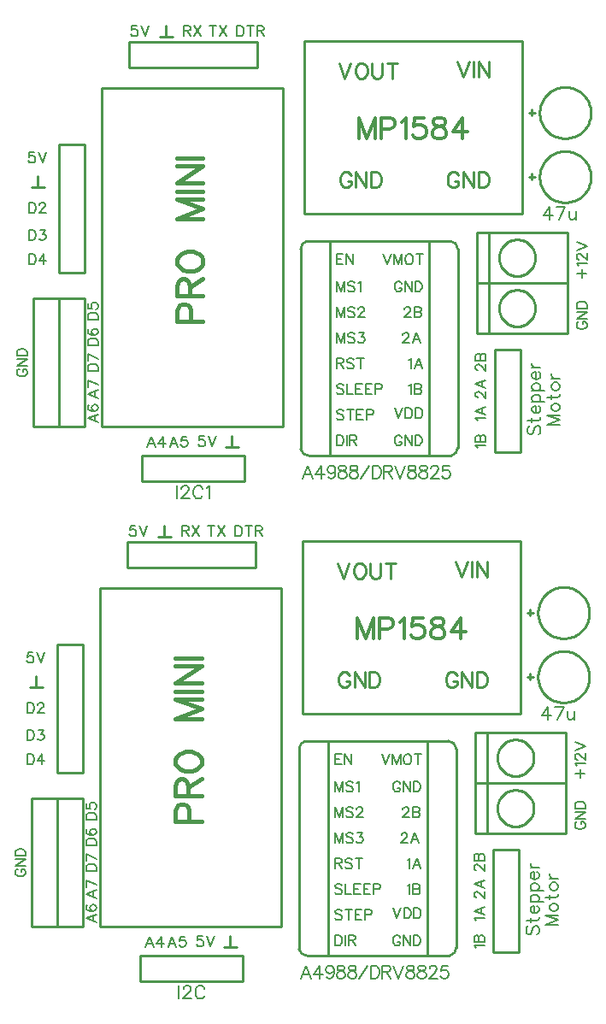
<source format=gbr>
G04 DipTrace 3.3.1.0*
G04 TopSilk.gbr*
%MOMM*%
G04 #@! TF.FileFunction,Legend,Top*
G04 #@! TF.Part,Single*
%ADD10C,0.25*%
%ADD52C,0.19608*%
%ADD53C,0.15686*%
%ADD54C,0.39216*%
%ADD55C,0.31373*%
%ADD56C,0.23529*%
%ADD57C,0.13889*%
%FSLAX35Y35*%
G04*
G71*
G90*
G75*
G01*
G04 TopSilk*
%LPD*%
X5584750Y2686750D2*
D10*
X6484750D1*
Y3686750D1*
X5584750D1*
Y2686750D1*
X5704720D2*
Y3676750D1*
X5594740Y3186750D2*
X6474760D1*
X5804710Y2937050D2*
X5805148Y2949627D1*
X5806462Y2962143D1*
X5808643Y2974536D1*
X5811683Y2986747D1*
X5815565Y2998716D1*
X5820272Y3010385D1*
X5825779Y3021696D1*
X5832061Y3032594D1*
X5839087Y3043028D1*
X5846822Y3052945D1*
X5855229Y3062297D1*
X5864266Y3071039D1*
X5873891Y3079128D1*
X5884055Y3086525D1*
X5894710Y3093194D1*
X5905803Y3099103D1*
X5917281Y3104221D1*
X5929087Y3108525D1*
X5941164Y3111994D1*
X5953453Y3114611D1*
X5965895Y3116362D1*
X5978428Y3117240D1*
X5990992D1*
X6003525Y3116362D1*
X6015967Y3114611D1*
X6028256Y3111994D1*
X6040333Y3108525D1*
X6052139Y3104221D1*
X6063617Y3099103D1*
X6074710Y3093194D1*
X6085365Y3086525D1*
X6095529Y3079128D1*
X6105154Y3071039D1*
X6114191Y3062297D1*
X6122598Y3052945D1*
X6130333Y3043028D1*
X6137359Y3032594D1*
X6143641Y3021696D1*
X6149148Y3010385D1*
X6153855Y2998716D1*
X6157737Y2986747D1*
X6160777Y2974536D1*
X6162958Y2962143D1*
X6164272Y2949627D1*
X6164710Y2937050D1*
X6164272Y2924473D1*
X6162958Y2911957D1*
X6160777Y2899564D1*
X6157737Y2887353D1*
X6153855Y2875384D1*
X6149148Y2863715D1*
X6143641Y2852404D1*
X6137359Y2841506D1*
X6130333Y2831072D1*
X6122598Y2821155D1*
X6114191Y2811803D1*
X6105154Y2803061D1*
X6095529Y2794972D1*
X6085365Y2787575D1*
X6074710Y2780906D1*
X6063617Y2774997D1*
X6052139Y2769879D1*
X6040333Y2765575D1*
X6028256Y2762106D1*
X6015967Y2759489D1*
X6003525Y2757738D1*
X5990992Y2756860D1*
X5978428D1*
X5965895Y2757738D1*
X5953453Y2759489D1*
X5941164Y2762106D1*
X5929087Y2765575D1*
X5917281Y2769879D1*
X5905803Y2774997D1*
X5894710Y2780906D1*
X5884055Y2787575D1*
X5873891Y2794972D1*
X5864266Y2803061D1*
X5855229Y2811803D1*
X5846822Y2821155D1*
X5839087Y2831072D1*
X5832061Y2841506D1*
X5825779Y2852404D1*
X5820272Y2863715D1*
X5815565Y2875384D1*
X5811683Y2887353D1*
X5808643Y2899564D1*
X5806462Y2911957D1*
X5805148Y2924473D1*
X5804710Y2937050D1*
Y3437050D2*
X5805148Y3449627D1*
X5806462Y3462143D1*
X5808643Y3474536D1*
X5811683Y3486747D1*
X5815565Y3498716D1*
X5820272Y3510385D1*
X5825779Y3521696D1*
X5832061Y3532594D1*
X5839087Y3543028D1*
X5846822Y3552945D1*
X5855229Y3562297D1*
X5864266Y3571039D1*
X5873891Y3579128D1*
X5884055Y3586525D1*
X5894710Y3593194D1*
X5905803Y3599103D1*
X5917281Y3604221D1*
X5929087Y3608525D1*
X5941164Y3611994D1*
X5953453Y3614611D1*
X5965895Y3616362D1*
X5978428Y3617240D1*
X5990992D1*
X6003525Y3616362D1*
X6015967Y3614611D1*
X6028256Y3611994D1*
X6040333Y3608525D1*
X6052139Y3604221D1*
X6063617Y3599103D1*
X6074710Y3593194D1*
X6085365Y3586525D1*
X6095529Y3579128D1*
X6105154Y3571039D1*
X6114191Y3562297D1*
X6122598Y3552945D1*
X6130333Y3543028D1*
X6137359Y3532594D1*
X6143641Y3521696D1*
X6149148Y3510385D1*
X6153855Y3498716D1*
X6157737Y3486747D1*
X6160777Y3474536D1*
X6162958Y3462143D1*
X6164272Y3449627D1*
X6164710Y3437050D1*
X6164272Y3424473D1*
X6162958Y3411957D1*
X6160777Y3399564D1*
X6157737Y3387353D1*
X6153855Y3375384D1*
X6149148Y3363715D1*
X6143641Y3352404D1*
X6137359Y3341506D1*
X6130333Y3331072D1*
X6122598Y3321155D1*
X6114191Y3311803D1*
X6105154Y3303061D1*
X6095529Y3294972D1*
X6085365Y3287575D1*
X6074710Y3280906D1*
X6063617Y3274997D1*
X6052139Y3269879D1*
X6040333Y3265575D1*
X6028256Y3262106D1*
X6015967Y3259489D1*
X6003525Y3257738D1*
X5990992Y3256860D1*
X5978428D1*
X5965895Y3257738D1*
X5953453Y3259489D1*
X5941164Y3262106D1*
X5929087Y3265575D1*
X5917281Y3269879D1*
X5905803Y3274997D1*
X5894710Y3280906D1*
X5884055Y3287575D1*
X5873891Y3294972D1*
X5864266Y3303061D1*
X5855229Y3311803D1*
X5846822Y3321155D1*
X5839087Y3331072D1*
X5832061Y3341506D1*
X5825779Y3352404D1*
X5820272Y3363715D1*
X5815565Y3375384D1*
X5811683Y3387353D1*
X5808643Y3399564D1*
X5806462Y3411957D1*
X5805148Y3424473D1*
X5804710Y3437050D1*
X5600627Y7639750D2*
X6500627D1*
Y8639750D1*
X5600627D1*
Y7639750D1*
X5720597D2*
Y8629750D1*
X5610617Y8139750D2*
X6490637D1*
X5820587Y7890050D2*
X5821025Y7902627D1*
X5822338Y7915143D1*
X5824520Y7927536D1*
X5827560Y7939747D1*
X5831442Y7951716D1*
X5836148Y7963385D1*
X5841656Y7974696D1*
X5847938Y7985594D1*
X5854964Y7996028D1*
X5862699Y8005945D1*
X5871106Y8015297D1*
X5880143Y8024039D1*
X5889768Y8032128D1*
X5899932Y8039525D1*
X5910587Y8046194D1*
X5921680Y8052103D1*
X5933157Y8057221D1*
X5944964Y8061525D1*
X5957041Y8064994D1*
X5969330Y8067611D1*
X5981772Y8069362D1*
X5994305Y8070240D1*
X6006869D1*
X6019402Y8069362D1*
X6031843Y8067611D1*
X6044133Y8064994D1*
X6056210Y8061525D1*
X6068016Y8057221D1*
X6079493Y8052103D1*
X6090587Y8046194D1*
X6101241Y8039525D1*
X6111406Y8032128D1*
X6121030Y8024039D1*
X6130068Y8015297D1*
X6138475Y8005945D1*
X6146210Y7996028D1*
X6153235Y7985594D1*
X6159517Y7974696D1*
X6165025Y7963385D1*
X6169731Y7951716D1*
X6173614Y7939747D1*
X6176653Y7927536D1*
X6178835Y7915143D1*
X6180148Y7902627D1*
X6180587Y7890050D1*
X6180148Y7877473D1*
X6178835Y7864957D1*
X6176653Y7852564D1*
X6173614Y7840353D1*
X6169731Y7828384D1*
X6165025Y7816715D1*
X6159517Y7805404D1*
X6153235Y7794506D1*
X6146210Y7784072D1*
X6138475Y7774155D1*
X6130068Y7764803D1*
X6121030Y7756061D1*
X6111406Y7747972D1*
X6101241Y7740575D1*
X6090587Y7733906D1*
X6079493Y7727997D1*
X6068016Y7722879D1*
X6056210Y7718575D1*
X6044133Y7715106D1*
X6031843Y7712489D1*
X6019402Y7710738D1*
X6006869Y7709860D1*
X5994305D1*
X5981772Y7710738D1*
X5969330Y7712489D1*
X5957041Y7715106D1*
X5944964Y7718575D1*
X5933157Y7722879D1*
X5921680Y7727997D1*
X5910587Y7733906D1*
X5899932Y7740575D1*
X5889768Y7747972D1*
X5880143Y7756061D1*
X5871106Y7764803D1*
X5862699Y7774155D1*
X5854964Y7784072D1*
X5847938Y7794506D1*
X5841656Y7805404D1*
X5836148Y7816715D1*
X5831442Y7828384D1*
X5827560Y7840353D1*
X5824520Y7852564D1*
X5822338Y7864957D1*
X5821025Y7877473D1*
X5820587Y7890050D1*
Y8390050D2*
X5821025Y8402627D1*
X5822338Y8415143D1*
X5824520Y8427536D1*
X5827560Y8439747D1*
X5831442Y8451716D1*
X5836148Y8463385D1*
X5841656Y8474696D1*
X5847938Y8485594D1*
X5854964Y8496028D1*
X5862699Y8505945D1*
X5871106Y8515297D1*
X5880143Y8524039D1*
X5889768Y8532128D1*
X5899932Y8539525D1*
X5910587Y8546194D1*
X5921680Y8552103D1*
X5933157Y8557221D1*
X5944964Y8561525D1*
X5957041Y8564994D1*
X5969330Y8567611D1*
X5981772Y8569362D1*
X5994305Y8570240D1*
X6006869D1*
X6019402Y8569362D1*
X6031843Y8567611D1*
X6044133Y8564994D1*
X6056210Y8561525D1*
X6068016Y8557221D1*
X6079493Y8552103D1*
X6090587Y8546194D1*
X6101241Y8539525D1*
X6111406Y8532128D1*
X6121030Y8524039D1*
X6130068Y8515297D1*
X6138475Y8505945D1*
X6146210Y8496028D1*
X6153235Y8485594D1*
X6159517Y8474696D1*
X6165025Y8463385D1*
X6169731Y8451716D1*
X6173614Y8439747D1*
X6176653Y8427536D1*
X6178835Y8415143D1*
X6180148Y8402627D1*
X6180587Y8390050D1*
X6180148Y8377473D1*
X6178835Y8364957D1*
X6176653Y8352564D1*
X6173614Y8340353D1*
X6169731Y8328384D1*
X6165025Y8316715D1*
X6159517Y8305404D1*
X6153235Y8294506D1*
X6146210Y8284072D1*
X6138475Y8274155D1*
X6130068Y8264803D1*
X6121030Y8256061D1*
X6111406Y8247972D1*
X6101241Y8240575D1*
X6090587Y8233906D1*
X6079493Y8227997D1*
X6068016Y8222879D1*
X6056210Y8218575D1*
X6044133Y8215106D1*
X6031843Y8212489D1*
X6019402Y8210738D1*
X6006869Y8209860D1*
X5994305D1*
X5981772Y8210738D1*
X5969330Y8212489D1*
X5957041Y8215106D1*
X5944964Y8218575D1*
X5933157Y8222879D1*
X5921680Y8227997D1*
X5910587Y8233906D1*
X5899932Y8240575D1*
X5889768Y8247972D1*
X5880143Y8256061D1*
X5871106Y8264803D1*
X5862699Y8274155D1*
X5854964Y8284072D1*
X5847938Y8294506D1*
X5841656Y8305404D1*
X5836148Y8316715D1*
X5831442Y8328384D1*
X5827560Y8340353D1*
X5824520Y8352564D1*
X5822338Y8364957D1*
X5821025Y8377473D1*
X5820587Y8390050D1*
X6131102Y4843477D2*
Y4903523D1*
X6101082Y4873500D2*
X6161060D1*
X6207164D2*
X6207783Y4891218D1*
X6209635Y4908850D1*
X6212713Y4926310D1*
X6217000Y4943512D1*
X6222477Y4960373D1*
X6229116Y4976811D1*
X6236885Y4992746D1*
X6245746Y5008099D1*
X6255657Y5022797D1*
X6266568Y5036768D1*
X6278427Y5049943D1*
X6291175Y5062259D1*
X6304752Y5073655D1*
X6319090Y5084076D1*
X6334119Y5093470D1*
X6349768Y5101794D1*
X6365958Y5109005D1*
X6382612Y5115068D1*
X6399648Y5119955D1*
X6416983Y5123641D1*
X6434534Y5126109D1*
X6452213Y5127345D1*
X6469936D1*
X6487615Y5126109D1*
X6505166Y5123641D1*
X6522501Y5119955D1*
X6539537Y5115068D1*
X6556191Y5109005D1*
X6572382Y5101794D1*
X6588030Y5093470D1*
X6603059Y5084076D1*
X6617397Y5073655D1*
X6630974Y5062259D1*
X6643722Y5049943D1*
X6655581Y5036768D1*
X6666492Y5022797D1*
X6676403Y5008099D1*
X6685264Y4992746D1*
X6693033Y4976811D1*
X6699672Y4960373D1*
X6705149Y4943512D1*
X6709436Y4926310D1*
X6712514Y4908850D1*
X6714366Y4891218D1*
X6714985Y4873500D1*
X6714366Y4855782D1*
X6712514Y4838150D1*
X6709436Y4820690D1*
X6705149Y4803488D1*
X6699672Y4786627D1*
X6693033Y4770189D1*
X6685264Y4754254D1*
X6676403Y4738901D1*
X6666492Y4724203D1*
X6655581Y4710232D1*
X6643722Y4697057D1*
X6630974Y4684741D1*
X6617397Y4673345D1*
X6603059Y4662924D1*
X6588030Y4653530D1*
X6572382Y4645206D1*
X6556191Y4637995D1*
X6539537Y4631932D1*
X6522501Y4627045D1*
X6505166Y4623359D1*
X6487615Y4620891D1*
X6469936Y4619655D1*
X6452213D1*
X6434534Y4620891D1*
X6416983Y4623359D1*
X6399648Y4627045D1*
X6382612Y4631932D1*
X6365958Y4637995D1*
X6349768Y4645206D1*
X6334119Y4653530D1*
X6319090Y4662924D1*
X6304752Y4673345D1*
X6291175Y4684741D1*
X6278427Y4697057D1*
X6266568Y4710232D1*
X6255657Y4724203D1*
X6245746Y4738901D1*
X6236885Y4754254D1*
X6229116Y4770189D1*
X6222477Y4786627D1*
X6217000Y4803488D1*
X6212713Y4820690D1*
X6209635Y4838150D1*
X6207783Y4855782D1*
X6207164Y4873500D1*
X6131102Y4208477D2*
Y4268523D1*
X6101082Y4238500D2*
X6161060D1*
X6207164D2*
X6207783Y4256218D1*
X6209635Y4273850D1*
X6212713Y4291310D1*
X6217000Y4308512D1*
X6222477Y4325373D1*
X6229116Y4341811D1*
X6236885Y4357746D1*
X6245746Y4373099D1*
X6255657Y4387797D1*
X6266568Y4401768D1*
X6278427Y4414943D1*
X6291175Y4427259D1*
X6304752Y4438655D1*
X6319090Y4449076D1*
X6334119Y4458470D1*
X6349768Y4466794D1*
X6365958Y4474005D1*
X6382612Y4480068D1*
X6399648Y4484955D1*
X6416983Y4488641D1*
X6434534Y4491109D1*
X6452213Y4492345D1*
X6469936D1*
X6487615Y4491109D1*
X6505166Y4488641D1*
X6522501Y4484955D1*
X6539537Y4480068D1*
X6556191Y4474005D1*
X6572382Y4466794D1*
X6588030Y4458470D1*
X6603059Y4449076D1*
X6617397Y4438655D1*
X6630974Y4427259D1*
X6643722Y4414943D1*
X6655581Y4401768D1*
X6666492Y4387797D1*
X6676403Y4373099D1*
X6685264Y4357746D1*
X6693033Y4341811D1*
X6699672Y4325373D1*
X6705149Y4308512D1*
X6709436Y4291310D1*
X6712514Y4273850D1*
X6714366Y4256218D1*
X6714985Y4238500D1*
X6714366Y4220782D1*
X6712514Y4203150D1*
X6709436Y4185690D1*
X6705149Y4168488D1*
X6699672Y4151627D1*
X6693033Y4135189D1*
X6685264Y4119254D1*
X6676403Y4103901D1*
X6666492Y4089203D1*
X6655581Y4075232D1*
X6643722Y4062057D1*
X6630974Y4049741D1*
X6617397Y4038345D1*
X6603059Y4027924D1*
X6588030Y4018530D1*
X6572382Y4010206D1*
X6556191Y4002995D1*
X6539537Y3996932D1*
X6522501Y3992045D1*
X6505166Y3988359D1*
X6487615Y3985891D1*
X6469936Y3984655D1*
X6452213D1*
X6434534Y3985891D1*
X6416983Y3988359D1*
X6399648Y3992045D1*
X6382612Y3996932D1*
X6365958Y4002995D1*
X6349768Y4010206D1*
X6334119Y4018530D1*
X6319090Y4027924D1*
X6304752Y4038345D1*
X6291175Y4049741D1*
X6278427Y4062057D1*
X6266568Y4075232D1*
X6255657Y4089203D1*
X6245746Y4103901D1*
X6236885Y4119254D1*
X6229116Y4135189D1*
X6222477Y4151627D1*
X6217000Y4168488D1*
X6212713Y4185690D1*
X6209635Y4203150D1*
X6207783Y4220782D1*
X6207164Y4238500D1*
X6146978Y9796477D2*
Y9856523D1*
X6116958Y9826500D2*
X6176937D1*
X6223041D2*
X6223659Y9844218D1*
X6225512Y9861850D1*
X6228589Y9879310D1*
X6232877Y9896512D1*
X6238354Y9913373D1*
X6244993Y9929811D1*
X6252762Y9945746D1*
X6261623Y9961099D1*
X6271533Y9975797D1*
X6282445Y9989768D1*
X6294303Y10002943D1*
X6307052Y10015259D1*
X6320628Y10026655D1*
X6334966Y10037076D1*
X6349996Y10046470D1*
X6365644Y10054794D1*
X6381835Y10062005D1*
X6398489Y10068068D1*
X6415525Y10072955D1*
X6432860Y10076641D1*
X6450410Y10079109D1*
X6468090Y10080345D1*
X6485813D1*
X6503492Y10079109D1*
X6521042Y10076641D1*
X6538378Y10072955D1*
X6555414Y10068068D1*
X6572068Y10062005D1*
X6588258Y10054794D1*
X6603906Y10046470D1*
X6618936Y10037076D1*
X6633274Y10026655D1*
X6646850Y10015259D1*
X6659599Y10002943D1*
X6671458Y9989768D1*
X6682369Y9975797D1*
X6692279Y9961099D1*
X6701141Y9945746D1*
X6708910Y9929811D1*
X6715549Y9913373D1*
X6721026Y9896512D1*
X6725313Y9879310D1*
X6728391Y9861850D1*
X6730243Y9844218D1*
X6730862Y9826500D1*
X6730243Y9808782D1*
X6728391Y9791150D1*
X6725313Y9773690D1*
X6721026Y9756488D1*
X6715549Y9739627D1*
X6708910Y9723189D1*
X6701141Y9707254D1*
X6692279Y9691901D1*
X6682369Y9677203D1*
X6671458Y9663232D1*
X6659599Y9650057D1*
X6646850Y9637741D1*
X6633274Y9626345D1*
X6618936Y9615924D1*
X6603906Y9606530D1*
X6588258Y9598206D1*
X6572068Y9590995D1*
X6555414Y9584932D1*
X6538378Y9580045D1*
X6521042Y9576359D1*
X6503492Y9573891D1*
X6485813Y9572655D1*
X6468090D1*
X6450410Y9573891D1*
X6432860Y9576359D1*
X6415525Y9580045D1*
X6398489Y9584932D1*
X6381835Y9590995D1*
X6365644Y9598206D1*
X6349996Y9606530D1*
X6334966Y9615924D1*
X6320628Y9626345D1*
X6307052Y9637741D1*
X6294303Y9650057D1*
X6282445Y9663232D1*
X6271533Y9677203D1*
X6261623Y9691901D1*
X6252762Y9707254D1*
X6244993Y9723189D1*
X6238354Y9739627D1*
X6232877Y9756488D1*
X6228589Y9773690D1*
X6225512Y9791150D1*
X6223659Y9808782D1*
X6223041Y9826500D1*
X6146978Y9161477D2*
Y9221523D1*
X6116958Y9191500D2*
X6176937D1*
X6223041D2*
X6223659Y9209218D1*
X6225512Y9226850D1*
X6228589Y9244310D1*
X6232877Y9261512D1*
X6238354Y9278373D1*
X6244993Y9294811D1*
X6252762Y9310746D1*
X6261623Y9326099D1*
X6271533Y9340797D1*
X6282445Y9354768D1*
X6294303Y9367943D1*
X6307052Y9380259D1*
X6320628Y9391655D1*
X6334966Y9402076D1*
X6349996Y9411470D1*
X6365644Y9419794D1*
X6381835Y9427005D1*
X6398489Y9433068D1*
X6415525Y9437955D1*
X6432860Y9441641D1*
X6450410Y9444109D1*
X6468090Y9445345D1*
X6485813D1*
X6503492Y9444109D1*
X6521042Y9441641D1*
X6538378Y9437955D1*
X6555414Y9433068D1*
X6572068Y9427005D1*
X6588258Y9419794D1*
X6603906Y9411470D1*
X6618936Y9402076D1*
X6633274Y9391655D1*
X6646850Y9380259D1*
X6659599Y9367943D1*
X6671458Y9354768D1*
X6682369Y9340797D1*
X6692279Y9326099D1*
X6701141Y9310746D1*
X6708910Y9294811D1*
X6715549Y9278373D1*
X6721026Y9261512D1*
X6725313Y9244310D1*
X6728391Y9226850D1*
X6730243Y9209218D1*
X6730862Y9191500D1*
X6730243Y9173782D1*
X6728391Y9156150D1*
X6725313Y9138690D1*
X6721026Y9121488D1*
X6715549Y9104627D1*
X6708910Y9088189D1*
X6701141Y9072254D1*
X6692279Y9056901D1*
X6682369Y9042203D1*
X6671458Y9028232D1*
X6659599Y9015057D1*
X6646850Y9002741D1*
X6633274Y8991345D1*
X6618936Y8980924D1*
X6603906Y8971530D1*
X6588258Y8963206D1*
X6572068Y8955995D1*
X6555414Y8949932D1*
X6538378Y8945045D1*
X6521042Y8941359D1*
X6503492Y8938891D1*
X6485813Y8937655D1*
X6468090D1*
X6450410Y8938891D1*
X6432860Y8941359D1*
X6415525Y8945045D1*
X6398489Y8949932D1*
X6381835Y8955995D1*
X6365644Y8963206D1*
X6349996Y8971530D1*
X6334966Y8980924D1*
X6320628Y8991345D1*
X6307052Y9002741D1*
X6294303Y9015057D1*
X6282445Y9028232D1*
X6271533Y9042203D1*
X6261623Y9056901D1*
X6252762Y9072254D1*
X6244993Y9088189D1*
X6238354Y9104627D1*
X6232877Y9121488D1*
X6228589Y9138690D1*
X6225512Y9156150D1*
X6223659Y9173782D1*
X6223041Y9191500D1*
X1444496Y3285944D2*
X1698500D1*
Y4556056D1*
X1444496D1*
Y3285944D1*
X1460369Y8238944D2*
X1714373D1*
Y9509056D1*
X1460369D1*
Y8238944D1*
X3413056Y5317996D2*
X2142944D1*
Y5572000D1*
X3413056D1*
Y5317996D1*
X3428933Y10270996D2*
X2158821D1*
Y10525000D1*
X3428933D1*
Y10270996D1*
X2269955Y1476263D2*
X3286045D1*
Y1222250D1*
X2269955D1*
Y1476263D1*
X2285832Y6429263D2*
X3301921D1*
Y6175250D1*
X2285832D1*
Y6429263D1*
X1444496Y1761944D2*
X1698500D1*
Y3032056D1*
X1444496D1*
Y1761944D1*
X1190496D2*
X1444500D1*
Y3032056D1*
X1190496D1*
Y1761944D1*
X1460369Y6714944D2*
X1714373D1*
Y7985056D1*
X1460369D1*
Y6714944D1*
X1206372D2*
X1460377D1*
Y7985056D1*
X1206372D1*
Y6714944D1*
X5762487Y1507955D2*
X6016500D1*
Y2524045D1*
X5762487D1*
Y1507955D1*
X5778361Y6460955D2*
X6032373D1*
Y7477045D1*
X5778361D1*
Y6460955D1*
X1889002Y6715000D2*
X3682878D1*
Y10075000D1*
X1889002D1*
Y6715000D1*
X1873125Y1762000D2*
X3667002D1*
Y5122000D1*
X1873125D1*
Y1762000D1*
X2524000Y10691685D2*
Y10580562D1*
X2460500D2*
X2587500D1*
X2508123Y5738685D2*
Y5627562D1*
X2444623D2*
X2571623D1*
X1238123Y4246435D2*
Y4135312D1*
X1174623D2*
X1301623D1*
X3159000Y1674685D2*
Y1563562D1*
X3095500D2*
X3222500D1*
X1253997Y9199435D2*
Y9088312D1*
X1190497D2*
X1317497D1*
X3174873Y6627685D2*
Y6516562D1*
X3111373D2*
X3238373D1*
X3873373Y5587873D2*
X6032373D1*
Y3873437D1*
X3873373D1*
Y5587873D1*
X3841430Y3524040D2*
Y1539757D1*
X3905073Y3603543D2*
X5318043D1*
X5397563Y3524040D2*
Y1555513D1*
X5334073Y1476727D2*
X3920947Y1476247D1*
X5397563Y3524040D2*
G03X5318200Y3603543I-79377J126D01*
G01*
X3841430Y1540233D2*
G03X3920793Y1476727I80974J19849D01*
G01*
X3905073Y3603543D2*
G03X3841430Y3524040I19049J-80475D01*
G01*
X4127290Y3603543D2*
Y1476247D1*
X5111700Y3603543D2*
Y1476247D1*
X5334073Y1476727D2*
G03X5397563Y1555993I-18262J79687D01*
G01*
X3889250Y10540873D2*
X6048247D1*
Y8826437D1*
X3889250D1*
Y10540873D1*
X3857307Y8477040D2*
Y6492757D1*
X3920950Y8556543D2*
X5333920D1*
X5413440Y8477040D2*
Y6508513D1*
X5349950Y6429727D2*
X3936820Y6429247D1*
X5413440Y8477040D2*
G03X5334073Y8556543I-79383J120D01*
G01*
X3857307Y6493233D2*
G03X3936667Y6429727I80974J19849D01*
G01*
X3920950Y8556543D2*
G03X3857307Y8477040I19049J-80475D01*
G01*
X4143163Y8556543D2*
Y6429247D1*
X5127577Y8556543D2*
Y6429247D1*
X5349950Y6429727D2*
G03X5413440Y6508993I-18271J79695D01*
G01*
X6308101Y3813815D2*
D52*
Y3941285D1*
X6247315Y3856352D1*
X6338424D1*
X6401927Y3813815D2*
X6462713Y3941285D1*
X6377640D1*
X6501929Y3898888D2*
Y3838102D1*
X6507965Y3819992D1*
X6520179Y3813815D1*
X6538429D1*
X6550502Y3819992D1*
X6568752Y3838102D1*
Y3898888D2*
Y3813815D1*
X6323978Y8766815D2*
Y8894285D1*
X6263191Y8809352D1*
X6354301D1*
X6417803Y8766815D2*
X6478590Y8894285D1*
X6393517D1*
X6517805Y8851888D2*
Y8791102D1*
X6523842Y8772992D1*
X6536055Y8766815D1*
X6554305D1*
X6566379Y8772992D1*
X6584629Y8791102D1*
Y8851888D2*
Y8766815D1*
X2650693Y1179175D2*
Y1051565D1*
X2696086Y1148711D2*
Y1154748D1*
X2702122Y1166961D1*
X2708159Y1172998D1*
X2720372Y1179035D1*
X2744659D1*
X2756732Y1172998D1*
X2762768Y1166961D1*
X2768945Y1154748D1*
Y1142675D1*
X2762768Y1130461D1*
X2750695Y1112352D1*
X2689909Y1051565D1*
X2774982D1*
X2905307Y1148852D2*
X2899270Y1160925D1*
X2887057Y1173138D1*
X2874984Y1179175D1*
X2850697D1*
X2838484Y1173138D1*
X2826411Y1160925D1*
X2820234Y1148852D1*
X2814197Y1130602D1*
Y1100138D1*
X2820234Y1082029D1*
X2826411Y1069815D1*
X2838484Y1057742D1*
X2850697Y1051565D1*
X2874984D1*
X2887057Y1057742D1*
X2899270Y1069815D1*
X2905307Y1082029D1*
X2631730Y6132175D2*
Y6004565D1*
X2677123Y6101711D2*
Y6107748D1*
X2683159Y6119961D1*
X2689196Y6125998D1*
X2701409Y6132035D1*
X2725696D1*
X2737769Y6125998D1*
X2743805Y6119961D1*
X2749982Y6107748D1*
Y6095675D1*
X2743805Y6083461D1*
X2731732Y6065352D1*
X2670946Y6004565D1*
X2756019D1*
X2886344Y6101852D2*
X2880308Y6113925D1*
X2868094Y6126138D1*
X2856021Y6132175D1*
X2831735D1*
X2819521Y6126138D1*
X2807448Y6113925D1*
X2801271Y6101852D1*
X2795235Y6083602D1*
Y6053138D1*
X2801271Y6035029D1*
X2807448Y6022815D1*
X2819521Y6010742D1*
X2831735Y6004565D1*
X2856021D1*
X2868094Y6010742D1*
X2880308Y6022815D1*
X2886344Y6035029D1*
X2925560Y6107748D2*
X2937773Y6113925D1*
X2956023Y6132035D1*
Y6004565D1*
X1053752Y2334824D2*
D53*
X1044094Y2329995D1*
X1034323Y2320224D1*
X1029493Y2310566D1*
Y2291137D1*
X1034323Y2281366D1*
X1044093Y2271708D1*
X1053752Y2266766D1*
X1068352Y2261937D1*
X1092723D1*
X1107210Y2266766D1*
X1116981Y2271708D1*
X1126640Y2281366D1*
X1131581Y2291137D1*
Y2310566D1*
X1126640Y2320224D1*
X1116981Y2329995D1*
X1107210Y2334824D1*
X1092723D1*
Y2310566D1*
X1029494Y2434255D2*
X1131581D1*
X1029494Y2366197D1*
X1131581D1*
X1029494Y2465628D2*
X1131581D1*
Y2499657D1*
X1126640Y2514257D1*
X1116981Y2524028D1*
X1107210Y2528857D1*
X1092723Y2533686D1*
X1068352D1*
X1053752Y2528857D1*
X1044094Y2524028D1*
X1034323Y2514257D1*
X1029494Y2499657D1*
Y2465628D1*
X1833691Y1888029D2*
X1731603Y1849059D1*
X1833691Y1810200D1*
X1799662Y1824800D2*
Y1873429D1*
X1746204Y1977689D2*
X1736545Y1972860D1*
X1731716Y1958260D1*
Y1948602D1*
X1736545Y1934002D1*
X1751145Y1924231D1*
X1775404Y1919402D1*
X1799662D1*
X1819091Y1924231D1*
X1828862Y1934002D1*
X1833691Y1948602D1*
Y1953431D1*
X1828862Y1967919D1*
X1819091Y1977689D1*
X1804491Y1982519D1*
X1799662D1*
X1785062Y1977689D1*
X1775404Y1967919D1*
X1770574Y1953431D1*
Y1948602D1*
X1775404Y1934002D1*
X1785062Y1924231D1*
X1799662Y1919402D1*
X1833691Y2126156D2*
X1731603Y2087185D1*
X1833691Y2048327D1*
X1799662Y2062927D2*
Y2111556D1*
X1833691Y2176958D2*
X1731716Y2225587D1*
Y2157528D1*
X1731603Y2318200D2*
X1833691D1*
Y2352229D1*
X1828750Y2366829D1*
X1819091Y2376600D1*
X1809320Y2381429D1*
X1794833Y2386258D1*
X1770462D1*
X1755862Y2381429D1*
X1746204Y2376600D1*
X1736433Y2366829D1*
X1731603Y2352229D1*
Y2318200D1*
X1833691Y2437060D2*
X1731716Y2485689D1*
Y2417631D1*
X1731603Y2572200D2*
X1833691D1*
Y2606229D1*
X1828750Y2620829D1*
X1819091Y2630600D1*
X1809320Y2635429D1*
X1794833Y2640258D1*
X1770462D1*
X1755862Y2635429D1*
X1746204Y2630600D1*
X1736433Y2620829D1*
X1731603Y2606229D1*
Y2572200D1*
X1746204Y2729919D2*
X1736545Y2725089D1*
X1731716Y2710489D1*
Y2700831D1*
X1736545Y2686231D1*
X1751145Y2676460D1*
X1775404Y2671631D1*
X1799662D1*
X1819091Y2676460D1*
X1828862Y2686231D1*
X1833691Y2700831D1*
Y2705660D1*
X1828862Y2720148D1*
X1819091Y2729919D1*
X1804491Y2734748D1*
X1799662D1*
X1785062Y2729919D1*
X1775404Y2720148D1*
X1770574Y2705660D1*
Y2700831D1*
X1775404Y2686231D1*
X1785062Y2676460D1*
X1799662Y2671631D1*
X1731603Y2826200D2*
X1833691D1*
Y2860229D1*
X1828750Y2874829D1*
X1819091Y2884600D1*
X1809320Y2889429D1*
X1794833Y2894258D1*
X1770462D1*
X1755862Y2889429D1*
X1746204Y2884600D1*
X1736433Y2874829D1*
X1731603Y2860229D1*
Y2826200D1*
X1731716Y2983919D2*
Y2935402D1*
X1775404Y2930573D1*
X1770574Y2935402D1*
X1765633Y2950002D1*
Y2964489D1*
X1770574Y2979089D1*
X1780233Y2988860D1*
X1794833Y2993689D1*
X1804491D1*
X1819091Y2988860D1*
X1828862Y2979089D1*
X1833691Y2964489D1*
Y2950002D1*
X1828862Y2935402D1*
X1823920Y2930572D1*
X1814262Y2925631D1*
X6580833Y3282638D2*
X6668321D1*
X6624633Y3238950D2*
Y3326438D1*
X6593018Y3357810D2*
X6588077Y3367581D1*
X6573589Y3382181D1*
X6675565D1*
X6597848Y3418495D2*
X6593018D1*
X6583248Y3423324D1*
X6578418Y3428153D1*
X6573589Y3437924D1*
Y3457353D1*
X6578418Y3467012D1*
X6583248Y3471841D1*
X6593018Y3476783D1*
X6602677D1*
X6612448Y3471841D1*
X6626935Y3462183D1*
X6675564Y3413553D1*
Y3481612D1*
X6573477Y3512984D2*
X6675564Y3551843D1*
X6573477Y3590701D1*
X6597735Y2803838D2*
X6588077Y2799009D1*
X6578306Y2789238D1*
X6573477Y2779579D1*
Y2760150D1*
X6578306Y2750379D1*
X6588077Y2740721D1*
X6597735Y2735779D1*
X6612335Y2730950D1*
X6636706D1*
X6651194Y2735779D1*
X6660964Y2740721D1*
X6670623Y2750379D1*
X6675565Y2760150D1*
Y2779579D1*
X6670623Y2789238D1*
X6660965Y2799008D1*
X6651194Y2803838D1*
X6636706D1*
Y2779579D1*
X6573477Y2903269D2*
X6675564D1*
X6573477Y2835210D1*
X6675565D1*
X6573477Y2934641D2*
X6675564D1*
Y2968670D1*
X6670623Y2983270D1*
X6660964Y2993041D1*
X6651194Y2997870D1*
X6636706Y3002700D1*
X6612335D1*
X6597735Y2997870D1*
X6588077Y2993041D1*
X6578306Y2983270D1*
X6573477Y2968670D1*
Y2934641D1*
X5592895Y1556200D2*
X5587953Y1565971D1*
X5573466Y1580571D1*
X5675441D1*
X5573354Y1611943D2*
X5675441D1*
Y1655743D1*
X5670500Y1670343D1*
X5665670Y1675172D1*
X5656012Y1680002D1*
X5641412D1*
X5631641Y1675172D1*
X5626812Y1670343D1*
X5621983Y1655743D1*
X5617041Y1670343D1*
X5612212Y1675172D1*
X5602554Y1680002D1*
X5592783D1*
X5583124Y1675173D1*
X5578183Y1670343D1*
X5573354Y1655743D1*
Y1611943D1*
X5621983D2*
Y1655743D1*
X5592895Y1826073D2*
X5587953Y1835844D1*
X5573466Y1850444D1*
X5675441D1*
Y1959646D2*
X5573354Y1920675D1*
X5675441Y1881817D1*
X5641412Y1896417D2*
Y1945046D1*
X5597724Y2053262D2*
X5592895D1*
X5583124Y2058091D1*
X5578295Y2062920D1*
X5573466Y2072691D1*
Y2092120D1*
X5578295Y2101779D1*
X5583124Y2106608D1*
X5592895Y2111549D1*
X5602554D1*
X5612324Y2106608D1*
X5626812Y2096949D1*
X5675441Y2048320D1*
Y2116378D1*
Y2225580D2*
X5573354Y2186609D1*
X5675441Y2147751D1*
X5641412Y2162351D2*
Y2210980D1*
X5597724Y2323138D2*
X5592895D1*
X5583124Y2327968D1*
X5578295Y2332797D1*
X5573466Y2342568D1*
Y2361997D1*
X5578295Y2371655D1*
X5583124Y2376484D1*
X5592895Y2381426D1*
X5602554D1*
X5612324Y2376484D1*
X5626812Y2366826D1*
X5675441Y2318197D1*
Y2386255D1*
X5573354Y2417628D2*
X5675441D1*
Y2461428D1*
X5670500Y2476028D1*
X5665670Y2480857D1*
X5656012Y2485686D1*
X5641412D1*
X5631641Y2480857D1*
X5626812Y2476028D1*
X5621983Y2461428D1*
X5617041Y2476028D1*
X5612212Y2480857D1*
X5602554Y2485686D1*
X5592783D1*
X5583124Y2480857D1*
X5578183Y2476028D1*
X5573354Y2461428D1*
Y2417628D1*
X5621983D2*
Y2461428D1*
X2218801Y5734128D2*
X2170284D1*
X2165455Y5690440D1*
X2170284Y5695269D1*
X2184884Y5700211D1*
X2199372D1*
X2213972Y5695269D1*
X2223742Y5685611D1*
X2228572Y5671011D1*
Y5661352D1*
X2223742Y5646752D1*
X2213972Y5636981D1*
X2199372Y5632152D1*
X2184884D1*
X2170284Y5636981D1*
X2165455Y5641923D1*
X2160513Y5651581D1*
X2259944Y5734240D2*
X2298803Y5632152D1*
X2337661Y5734240D1*
X1202801Y4480001D2*
X1154284D1*
X1149455Y4436313D1*
X1154284Y4441143D1*
X1168884Y4446084D1*
X1183372D1*
X1197972Y4441143D1*
X1207742Y4431484D1*
X1212572Y4416884D1*
Y4407226D1*
X1207742Y4392626D1*
X1197972Y4382855D1*
X1183372Y4378026D1*
X1168884D1*
X1154284Y4382855D1*
X1149455Y4387796D1*
X1144513Y4397455D1*
X1243944Y4480113D2*
X1282803Y4378026D1*
X1321661Y4480113D1*
X2684390Y5685611D2*
X2728077D1*
X2742677Y5690552D1*
X2747619Y5695381D1*
X2752448Y5705040D1*
Y5714811D1*
X2747619Y5724469D1*
X2742677Y5729411D1*
X2728077Y5734240D1*
X2684390D1*
Y5632152D1*
X2718419Y5685611D2*
X2752448Y5632152D1*
X2783821Y5734240D2*
X2851879Y5632152D1*
Y5734240D2*
X2783821Y5632152D1*
X2972419Y5734240D2*
Y5632152D1*
X2938390Y5734240D2*
X3006448D1*
X3037821D2*
X3105879Y5632152D1*
Y5734240D2*
X3037821Y5632152D1*
X3208266Y5734240D2*
Y5632152D1*
X3242296D1*
X3256896Y5637094D1*
X3266666Y5646752D1*
X3271496Y5656523D1*
X3276325Y5671011D1*
Y5695381D1*
X3271496Y5709981D1*
X3266666Y5719640D1*
X3256896Y5729411D1*
X3242296Y5734240D1*
X3208266D1*
X3341727D2*
Y5632152D1*
X3307697Y5734240D2*
X3375756D1*
X3407128Y5685611D2*
X3450816D1*
X3465416Y5690552D1*
X3470358Y5695381D1*
X3475187Y5705040D1*
Y5714811D1*
X3470358Y5724469D1*
X3465416Y5729411D1*
X3450816Y5734240D1*
X3407128D1*
Y5632152D1*
X3441158Y5685611D2*
X3475187Y5632152D1*
X1149396Y3983110D2*
Y3881022D1*
X1183426D1*
X1198026Y3885964D1*
X1207796Y3895622D1*
X1212626Y3905393D1*
X1217455Y3919881D1*
Y3944251D1*
X1212626Y3958851D1*
X1207796Y3968510D1*
X1198026Y3978281D1*
X1183426Y3983110D1*
X1149396D1*
X1253769Y3958739D2*
Y3963568D1*
X1258598Y3973339D1*
X1263427Y3978168D1*
X1273198Y3982998D1*
X1292627D1*
X1302286Y3978168D1*
X1307115Y3973339D1*
X1312057Y3963568D1*
Y3953910D1*
X1307115Y3944139D1*
X1297457Y3929651D1*
X1248827Y3881022D1*
X1316886D1*
X1149396Y3713237D2*
Y3611149D1*
X1183426D1*
X1198026Y3616090D1*
X1207796Y3625749D1*
X1212626Y3635520D1*
X1217455Y3650007D1*
Y3674378D1*
X1212626Y3688978D1*
X1207796Y3698637D1*
X1198026Y3708407D1*
X1183426Y3713237D1*
X1149396D1*
X1258598Y3713124D2*
X1311944D1*
X1282857Y3674266D1*
X1297457D1*
X1307115Y3669437D1*
X1311944Y3664607D1*
X1316886Y3650007D1*
Y3640349D1*
X1311944Y3625749D1*
X1302286Y3615978D1*
X1287686Y3611149D1*
X1273086D1*
X1258598Y3615978D1*
X1253769Y3620920D1*
X1248827Y3630578D1*
X1149396Y3475110D2*
Y3373022D1*
X1183426D1*
X1198026Y3377964D1*
X1207796Y3387622D1*
X1212626Y3397393D1*
X1217455Y3411881D1*
Y3436251D1*
X1212626Y3450851D1*
X1207796Y3460510D1*
X1198026Y3470281D1*
X1183426Y3475110D1*
X1149396D1*
X1297457Y3373022D2*
Y3474998D1*
X1248827Y3407051D1*
X1321715D1*
X2885554Y1670128D2*
X2837037D1*
X2832208Y1626440D1*
X2837037Y1631269D1*
X2851637Y1636211D1*
X2866125D1*
X2880725Y1631269D1*
X2890496Y1621611D1*
X2895325Y1607011D1*
Y1597352D1*
X2890496Y1582752D1*
X2880725Y1572981D1*
X2866125Y1568152D1*
X2851637D1*
X2837037Y1572981D1*
X2832208Y1577923D1*
X2827266Y1587581D1*
X2926697Y1670240D2*
X2965556Y1568152D1*
X3004414Y1670240D1*
X2399566Y1565686D2*
X2360595Y1667773D1*
X2321736Y1565686D1*
X2336336Y1599715D2*
X2384966D1*
X2479567Y1565686D2*
Y1667661D1*
X2430938Y1599715D1*
X2503826D1*
X2621816Y1565686D2*
X2582845Y1667773D1*
X2543986Y1565686D1*
X2558586Y1599715D2*
X2607216D1*
X2711476Y1667661D2*
X2662959D1*
X2658130Y1623973D1*
X2662959Y1628803D1*
X2677559Y1633744D1*
X2692047D1*
X2706647Y1628803D1*
X2716417Y1619144D1*
X2721247Y1604544D1*
Y1594886D1*
X2716417Y1580286D1*
X2706647Y1570515D1*
X2692047Y1565686D1*
X2677559D1*
X2662959Y1570515D1*
X2658130Y1575456D1*
X2653188Y1585115D1*
X2751486Y2808045D2*
D54*
Y2917545D1*
X2739413Y2953764D1*
X2727060Y2966118D1*
X2702913Y2978191D1*
X2666413D1*
X2642267Y2966118D1*
X2629913Y2953764D1*
X2617840Y2917545D1*
Y2808045D1*
X2873059D1*
X2739413Y3056622D2*
Y3165841D1*
X2727060Y3202341D1*
X2714986Y3214695D1*
X2690840Y3226768D1*
X2666413D1*
X2642267Y3214695D1*
X2629913Y3202341D1*
X2617840Y3165841D1*
Y3056622D1*
X2873059D1*
X2739413Y3141695D2*
X2873059Y3226768D1*
X2617840Y3378200D2*
X2629913Y3353773D1*
X2654340Y3329627D1*
X2678486Y3317273D1*
X2714986Y3305200D1*
X2775913D1*
X2812133Y3317273D1*
X2836559Y3329627D1*
X2860706Y3353773D1*
X2873059Y3378200D1*
Y3426773D1*
X2860706Y3450919D1*
X2836559Y3475346D1*
X2812133Y3487419D1*
X2775913Y3499492D1*
X2714986D1*
X2678486Y3487419D1*
X2654340Y3475346D1*
X2629913Y3450919D1*
X2617840Y3426773D1*
Y3378200D1*
X2873059Y4019108D2*
X2617840D1*
X2873059Y3921962D1*
X2617840Y3824816D1*
X2873059D1*
X2617840Y4097540D2*
X2873059D1*
X2617840Y4346117D2*
X2873059D1*
X2617840Y4175971D1*
X2873059D1*
X2617840Y4424549D2*
X2873059D1*
X4576267Y4617624D2*
D55*
Y4821800D1*
X4498550Y4617624D1*
X4420833Y4821800D1*
Y4617624D1*
X4639012Y4714883D2*
X4726612D1*
X4755587Y4724541D1*
X4765470Y4734424D1*
X4775129Y4753741D1*
Y4782941D1*
X4765470Y4802258D1*
X4755587Y4812141D1*
X4726612Y4821800D1*
X4639012D1*
Y4617624D1*
X4837874Y4782717D2*
X4857415Y4792600D1*
X4886615Y4821575D1*
Y4617624D1*
X5065936Y4821575D2*
X4968902D1*
X4959244Y4734200D1*
X4968902Y4743858D1*
X4998102Y4753741D1*
X5027077D1*
X5056277Y4743858D1*
X5075819Y4724541D1*
X5085477Y4695341D1*
Y4676024D1*
X5075819Y4646824D1*
X5056277Y4627283D1*
X5027077Y4617624D1*
X4998102D1*
X4968902Y4627283D1*
X4959244Y4637166D1*
X4949361Y4656483D1*
X5196739Y4821575D2*
X5167764Y4811917D1*
X5157881Y4792600D1*
Y4773058D1*
X5167764Y4753741D1*
X5187081Y4743858D1*
X5225939Y4734200D1*
X5255139Y4724541D1*
X5274456Y4705000D1*
X5284115Y4685683D1*
Y4656483D1*
X5274456Y4637166D1*
X5264798Y4627283D1*
X5235598Y4617624D1*
X5196739D1*
X5167764Y4627283D1*
X5157881Y4637166D1*
X5148223Y4656483D1*
Y4685683D1*
X5157881Y4705000D1*
X5177423Y4724541D1*
X5206398Y4734200D1*
X5245256Y4743858D1*
X5264798Y4753741D1*
X5274456Y4773058D1*
Y4792600D1*
X5264798Y4811917D1*
X5235598Y4821575D1*
X5196739D1*
X5444118Y4617624D2*
Y4821575D1*
X5346860Y4685683D1*
X5492635D1*
X5404730Y4250659D2*
D56*
X5397486Y4265147D1*
X5382830Y4279803D1*
X5368342Y4287047D1*
X5339198D1*
X5324542Y4279803D1*
X5310054Y4265147D1*
X5302642Y4250659D1*
X5295398Y4228759D1*
Y4192203D1*
X5302642Y4170471D1*
X5310054Y4155815D1*
X5324542Y4141327D1*
X5339198Y4133915D1*
X5368342D1*
X5382830Y4141327D1*
X5397486Y4155815D1*
X5404730Y4170471D1*
Y4192203D1*
X5368342D1*
X5553876Y4287047D2*
Y4133915D1*
X5451788Y4287047D1*
Y4133915D1*
X5600935Y4287047D2*
Y4133915D1*
X5651979D1*
X5673879Y4141327D1*
X5688535Y4155815D1*
X5695779Y4170471D1*
X5703023Y4192203D1*
Y4228759D1*
X5695779Y4250659D1*
X5688535Y4265147D1*
X5673879Y4279803D1*
X5651979Y4287047D1*
X5600935D1*
X5390178Y5382400D2*
X5448466Y5229268D1*
X5506753Y5382400D1*
X5553812D2*
Y5229268D1*
X5702959Y5382400D2*
Y5229268D1*
X5600871Y5382400D1*
Y5229268D1*
X4341206Y4250659D2*
X4333962Y4265147D1*
X4319306Y4279803D1*
X4304819Y4287047D1*
X4275675D1*
X4261019Y4279803D1*
X4246531Y4265147D1*
X4239119Y4250659D1*
X4231875Y4228759D1*
Y4192203D1*
X4239119Y4170471D1*
X4246531Y4155815D1*
X4261019Y4141327D1*
X4275675Y4133915D1*
X4304819D1*
X4319306Y4141327D1*
X4333962Y4155815D1*
X4341206Y4170471D1*
Y4192203D1*
X4304819D1*
X4490353Y4287047D2*
Y4133915D1*
X4388265Y4287047D1*
Y4133915D1*
X4537412Y4287047D2*
Y4133915D1*
X4588455D1*
X4610355Y4141327D1*
X4625012Y4155815D1*
X4632255Y4170471D1*
X4639499Y4192203D1*
Y4228759D1*
X4632255Y4250659D1*
X4625012Y4265147D1*
X4610355Y4279803D1*
X4588455Y4287047D1*
X4537412D1*
X4219998Y5366627D2*
X4278286Y5213495D1*
X4336573Y5366627D1*
X4427432D2*
X4412776Y5359383D1*
X4398288Y5344727D1*
X4390876Y5330239D1*
X4383632Y5308339D1*
Y5271783D1*
X4390876Y5250051D1*
X4398288Y5235395D1*
X4412776Y5220907D1*
X4427432Y5213495D1*
X4456576D1*
X4471064Y5220907D1*
X4485720Y5235395D1*
X4492964Y5250051D1*
X4500208Y5271783D1*
Y5308339D1*
X4492964Y5330239D1*
X4485720Y5344727D1*
X4471064Y5359383D1*
X4456576Y5366627D1*
X4427432D1*
X4547266D2*
Y5257295D1*
X4554510Y5235395D1*
X4569166Y5220907D1*
X4591066Y5213495D1*
X4605554D1*
X4627454Y5220907D1*
X4642110Y5235395D1*
X4649354Y5257295D1*
Y5366627D1*
X4747457D2*
Y5213495D1*
X4696413Y5366627D2*
X4798501D1*
X3959281Y1251208D2*
D57*
X3910568Y1378818D1*
X3861994Y1251208D1*
X3880244Y1293745D2*
X3941031D1*
X4047845Y1251208D2*
Y1378677D1*
X3987059Y1293745D1*
X4078168D1*
X4184983Y1336281D2*
X4178806Y1318031D1*
X4166733Y1305818D1*
X4148483Y1299781D1*
X4142446D1*
X4124196Y1305818D1*
X4112123Y1318031D1*
X4105946Y1336281D1*
Y1342318D1*
X4112123Y1360568D1*
X4124196Y1372641D1*
X4142446Y1378677D1*
X4148483D1*
X4166733Y1372641D1*
X4178806Y1360568D1*
X4184983Y1336281D1*
Y1305818D1*
X4178806Y1275495D1*
X4166733Y1257245D1*
X4148483Y1251208D1*
X4136410D1*
X4118160Y1257245D1*
X4112123Y1269458D1*
X4243084Y1378677D2*
X4224974Y1372641D1*
X4218797Y1360568D1*
Y1348354D1*
X4224974Y1336281D1*
X4237047Y1330104D1*
X4261334Y1324068D1*
X4279584Y1318031D1*
X4291657Y1305818D1*
X4297693Y1293745D1*
Y1275495D1*
X4291657Y1263422D1*
X4285620Y1257245D1*
X4267370Y1251208D1*
X4243084D1*
X4224974Y1257245D1*
X4218797Y1263422D1*
X4212760Y1275495D1*
Y1293745D1*
X4218797Y1305818D1*
X4231010Y1318031D1*
X4249120Y1324068D1*
X4273407Y1330104D1*
X4285620Y1336281D1*
X4291657Y1348354D1*
Y1360568D1*
X4285620Y1372641D1*
X4267370Y1378677D1*
X4243084D1*
X4355794D2*
X4337684Y1372641D1*
X4331507Y1360568D1*
Y1348354D1*
X4337684Y1336281D1*
X4349757Y1330104D1*
X4374044Y1324068D1*
X4392294Y1318031D1*
X4404367Y1305818D1*
X4410404Y1293745D1*
Y1275495D1*
X4404367Y1263422D1*
X4398331Y1257245D1*
X4380081Y1251208D1*
X4355794D1*
X4337684Y1257245D1*
X4331507Y1263422D1*
X4325471Y1275495D1*
Y1293745D1*
X4331507Y1305818D1*
X4343721Y1318031D1*
X4361831Y1324068D1*
X4386117Y1330104D1*
X4398331Y1336281D1*
X4404367Y1348354D1*
Y1360568D1*
X4398331Y1372641D1*
X4380081Y1378677D1*
X4355794D1*
X4438181Y1251208D2*
X4523254Y1378677D1*
X4551032Y1378818D2*
Y1251208D1*
X4593569D1*
X4611819Y1257385D1*
X4624032Y1269458D1*
X4630069Y1281672D1*
X4636105Y1299781D1*
Y1330245D1*
X4630069Y1348495D1*
X4624032Y1360568D1*
X4611819Y1372781D1*
X4593569Y1378818D1*
X4551032D1*
X4663883Y1318031D2*
X4718493D1*
X4736743Y1324208D1*
X4742920Y1330245D1*
X4748956Y1342318D1*
Y1354531D1*
X4742920Y1366604D1*
X4736743Y1372781D1*
X4718493Y1378818D1*
X4663883D1*
Y1251208D1*
X4706420Y1318031D2*
X4748956Y1251208D1*
X4776734Y1378818D2*
X4825307Y1251208D1*
X4873880Y1378818D1*
X4931981Y1378677D2*
X4913871Y1372641D1*
X4907694Y1360568D1*
Y1348354D1*
X4913871Y1336281D1*
X4925944Y1330104D1*
X4950231Y1324068D1*
X4968481Y1318031D1*
X4980554Y1305818D1*
X4986591Y1293745D1*
Y1275495D1*
X4980554Y1263422D1*
X4974518Y1257245D1*
X4956268Y1251208D1*
X4931981D1*
X4913871Y1257245D1*
X4907694Y1263422D1*
X4901658Y1275495D1*
Y1293745D1*
X4907694Y1305818D1*
X4919908Y1318031D1*
X4938018Y1324068D1*
X4962304Y1330104D1*
X4974518Y1336281D1*
X4980554Y1348354D1*
Y1360568D1*
X4974518Y1372641D1*
X4956268Y1378677D1*
X4931981D1*
X5044691D2*
X5026582Y1372641D1*
X5020405Y1360568D1*
Y1348354D1*
X5026582Y1336281D1*
X5038655Y1330104D1*
X5062941Y1324068D1*
X5081191Y1318031D1*
X5093265Y1305818D1*
X5099301Y1293745D1*
Y1275495D1*
X5093265Y1263422D1*
X5087228Y1257245D1*
X5068978Y1251208D1*
X5044691D1*
X5026582Y1257245D1*
X5020405Y1263422D1*
X5014368Y1275495D1*
Y1293745D1*
X5020405Y1305818D1*
X5032618Y1318031D1*
X5050728Y1324068D1*
X5075015Y1330104D1*
X5087228Y1336281D1*
X5093265Y1348354D1*
Y1360568D1*
X5087228Y1372641D1*
X5068978Y1378677D1*
X5044691D1*
X5133256Y1348354D2*
Y1354391D1*
X5139292Y1366604D1*
X5145329Y1372641D1*
X5157542Y1378677D1*
X5181829D1*
X5193902Y1372641D1*
X5199938Y1366604D1*
X5206115Y1354391D1*
Y1342318D1*
X5199938Y1330104D1*
X5187865Y1311995D1*
X5127079Y1251208D1*
X5212152D1*
X5312789Y1378677D2*
X5252143D1*
X5246107Y1324068D1*
X5252143Y1330104D1*
X5270393Y1336281D1*
X5288503D1*
X5306753Y1330104D1*
X5318966Y1318031D1*
X5325003Y1299781D1*
Y1287708D1*
X5318966Y1269458D1*
X5306753Y1257245D1*
X5288503Y1251208D1*
X5270393D1*
X5252143Y1257245D1*
X5246107Y1263422D1*
X5239930Y1275495D1*
X4261740Y3473820D2*
D53*
X4198623D1*
Y3371732D1*
X4261740D1*
X4198623Y3425191D2*
X4237482D1*
X4361171Y3473820D2*
Y3371732D1*
X4293113Y3473820D1*
Y3371732D1*
X4276340Y3101942D2*
Y3204030D1*
X4237482Y3101942D1*
X4198623Y3204030D1*
Y3101942D1*
X4375771Y3189430D2*
X4366113Y3199201D1*
X4351513Y3204030D1*
X4332083D1*
X4317483Y3199201D1*
X4307713Y3189430D1*
Y3179771D1*
X4312654Y3170001D1*
X4317483Y3165171D1*
X4327142Y3160342D1*
X4356342Y3150571D1*
X4366113Y3145742D1*
X4370942Y3140801D1*
X4375771Y3131142D1*
Y3116542D1*
X4366113Y3106884D1*
X4351513Y3101942D1*
X4332083D1*
X4317483Y3106884D1*
X4307713Y3116542D1*
X4407144Y3184488D2*
X4416914Y3189430D1*
X4431514Y3203918D1*
Y3101942D1*
X4276340Y2847909D2*
Y2949997D1*
X4237482Y2847909D1*
X4198623Y2949997D1*
Y2847909D1*
X4375771Y2935397D2*
X4366113Y2945167D1*
X4351513Y2949997D1*
X4332083D1*
X4317483Y2945167D1*
X4307713Y2935397D1*
Y2925738D1*
X4312654Y2915967D1*
X4317483Y2911138D1*
X4327142Y2906309D1*
X4356342Y2896538D1*
X4366113Y2891709D1*
X4370942Y2886767D1*
X4375771Y2877109D1*
Y2862509D1*
X4366113Y2852850D1*
X4351513Y2847909D1*
X4332083D1*
X4317483Y2852850D1*
X4307713Y2862509D1*
X4412085Y2925626D2*
Y2930455D1*
X4416914Y2940226D1*
X4421744Y2945055D1*
X4431514Y2949884D1*
X4450944D1*
X4460602Y2945055D1*
X4465431Y2940226D1*
X4470373Y2930455D1*
Y2920797D1*
X4465431Y2911026D1*
X4455773Y2896538D1*
X4407144Y2847909D1*
X4475202D1*
X4198623Y2393297D2*
X4242311D1*
X4256911Y2398239D1*
X4261852Y2403068D1*
X4266682Y2412727D1*
Y2422497D1*
X4261852Y2432156D1*
X4256911Y2437097D1*
X4242311Y2441927D1*
X4198623D1*
Y2339839D1*
X4232652Y2393297D2*
X4266682Y2339839D1*
X4366113Y2427327D2*
X4356454Y2437097D1*
X4341854Y2441927D1*
X4322425D1*
X4307825Y2437097D1*
X4298054Y2427327D1*
Y2417668D1*
X4302996Y2407897D1*
X4307825Y2403068D1*
X4317483Y2398239D1*
X4346683Y2388468D1*
X4356454Y2383639D1*
X4361283Y2378697D1*
X4366113Y2369039D1*
Y2354439D1*
X4356454Y2344780D1*
X4341854Y2339839D1*
X4322425D1*
X4307825Y2344780D1*
X4298054Y2354439D1*
X4431514Y2441927D2*
Y2339839D1*
X4397485Y2441927D2*
X4465544D1*
X4266682Y2173293D2*
X4257023Y2183064D1*
X4242423Y2187893D1*
X4222994D1*
X4208394Y2183064D1*
X4198623Y2173293D1*
Y2163635D1*
X4203565Y2153864D1*
X4208394Y2149035D1*
X4218052Y2144206D1*
X4247252Y2134435D1*
X4257023Y2129606D1*
X4261852Y2124664D1*
X4266682Y2115006D1*
Y2100406D1*
X4257023Y2090747D1*
X4242423Y2085806D1*
X4222994D1*
X4208394Y2090747D1*
X4198623Y2100406D1*
X4298054Y2187893D2*
Y2085806D1*
X4356342D1*
X4450831Y2187893D2*
X4387714D1*
Y2085806D1*
X4450831D1*
X4387714Y2139264D2*
X4426573D1*
X4545321Y2187893D2*
X4482204D1*
Y2085806D1*
X4545321D1*
X4482204Y2139264D2*
X4521062D1*
X4576693Y2134435D2*
X4620493D1*
X4634981Y2139264D1*
X4639923Y2144206D1*
X4644752Y2153864D1*
Y2168464D1*
X4639923Y2178123D1*
X4634981Y2183064D1*
X4620493Y2187893D1*
X4576693D1*
Y2085806D1*
X4266682Y1919260D2*
X4257023Y1929031D1*
X4242423Y1933860D1*
X4222994D1*
X4208394Y1929031D1*
X4198623Y1919260D1*
Y1909601D1*
X4203565Y1899831D1*
X4208394Y1895001D1*
X4218052Y1890172D1*
X4247252Y1880401D1*
X4257023Y1875572D1*
X4261852Y1870631D1*
X4266682Y1860972D1*
Y1846372D1*
X4257023Y1836714D1*
X4242423Y1831772D1*
X4222994D1*
X4208394Y1836714D1*
X4198623Y1846372D1*
X4332083Y1933860D2*
Y1831772D1*
X4298054Y1933860D2*
X4366113D1*
X4460602D2*
X4397485D1*
Y1831772D1*
X4460602D1*
X4397485Y1885231D2*
X4436344D1*
X4491975Y1880401D2*
X4535775D1*
X4550262Y1885231D1*
X4555204Y1890172D1*
X4560033Y1899831D1*
Y1914431D1*
X4555204Y1924089D1*
X4550262Y1929031D1*
X4535775Y1933860D1*
X4491975D1*
Y1831772D1*
X4198623Y1679827D2*
Y1577739D1*
X4232652D1*
X4247252Y1582680D1*
X4257023Y1592339D1*
X4261852Y1602110D1*
X4266682Y1616597D1*
Y1640968D1*
X4261852Y1655568D1*
X4257023Y1665227D1*
X4247252Y1674997D1*
X4232652Y1679827D1*
X4198623D1*
X4298054D2*
Y1577739D1*
X4329427Y1631197D2*
X4373114D1*
X4387714Y1636139D1*
X4392656Y1640968D1*
X4397485Y1650627D1*
Y1660397D1*
X4392656Y1670056D1*
X4387714Y1674997D1*
X4373114Y1679827D1*
X4329427D1*
Y1577739D1*
X4363456Y1631197D2*
X4397485Y1577739D1*
X4843081Y1655568D2*
X4838252Y1665227D1*
X4828481Y1674997D1*
X4818822Y1679827D1*
X4799393D1*
X4789622Y1674997D1*
X4779964Y1665227D1*
X4775022Y1655568D1*
X4770193Y1640968D1*
Y1616597D1*
X4775022Y1602110D1*
X4779964Y1592339D1*
X4789622Y1582680D1*
X4799393Y1577739D1*
X4818822D1*
X4828481Y1582680D1*
X4838252Y1592339D1*
X4843081Y1602110D1*
Y1616597D1*
X4818822D1*
X4942512Y1679827D2*
Y1577739D1*
X4874453Y1679827D1*
Y1577739D1*
X4973884Y1679827D2*
Y1577739D1*
X5007914D1*
X5022514Y1582680D1*
X5032284Y1592339D1*
X5037114Y1602110D1*
X5041943Y1616597D1*
Y1640968D1*
X5037114Y1655568D1*
X5032284Y1665227D1*
X5022514Y1674997D1*
X5007914Y1679827D1*
X4973884D1*
X4770193Y1949857D2*
X4809052Y1847769D1*
X4847910Y1949857D1*
X4879283D2*
Y1847769D1*
X4913312D1*
X4927912Y1852710D1*
X4937683Y1862369D1*
X4942512Y1872140D1*
X4947341Y1886627D1*
Y1910998D1*
X4942512Y1925598D1*
X4937683Y1935257D1*
X4927912Y1945027D1*
X4913312Y1949857D1*
X4879283D1*
X4978714D2*
Y1847769D1*
X5012743D1*
X5027343Y1852710D1*
X5037114Y1862369D1*
X5041943Y1872140D1*
X5046772Y1886627D1*
Y1910998D1*
X5041943Y1925598D1*
X5037114Y1935257D1*
X5027343Y1945027D1*
X5012743Y1949857D1*
X4978714D1*
X4913200Y2422385D2*
X4922971Y2427327D1*
X4937571Y2441814D1*
Y2339839D1*
X5046772D2*
X5007802Y2441927D1*
X4968943Y2339839D1*
X4983543Y2373868D2*
X5032172D1*
X4854495Y2671589D2*
Y2676418D1*
X4859324Y2686189D1*
X4864153Y2691018D1*
X4873924Y2695848D1*
X4893353D1*
X4903012Y2691018D1*
X4907841Y2686189D1*
X4912782Y2676418D1*
Y2666760D1*
X4907841Y2656989D1*
X4898182Y2642501D1*
X4849553Y2593872D1*
X4917612D1*
X5026813D2*
X4987843Y2695960D1*
X4948984Y2593872D1*
X4963584Y2627901D2*
X5012213D1*
X4870368Y2925626D2*
Y2930455D1*
X4875197Y2940226D1*
X4880026Y2945055D1*
X4889797Y2949884D1*
X4909226D1*
X4918885Y2945055D1*
X4923714Y2940226D1*
X4928656Y2930455D1*
Y2920797D1*
X4923714Y2911026D1*
X4914056Y2896538D1*
X4865426Y2847909D1*
X4933485D1*
X4964857Y2949997D2*
Y2847909D1*
X5008657D1*
X5023257Y2852850D1*
X5028087Y2857680D1*
X5032916Y2867338D1*
Y2881938D1*
X5028087Y2891709D1*
X5023257Y2896538D1*
X5008657Y2901367D1*
X5023257Y2906309D1*
X5028087Y2911138D1*
X5032916Y2920797D1*
Y2930567D1*
X5028087Y2940226D1*
X5023257Y2945167D1*
X5008657Y2949997D1*
X4964857D1*
Y2901367D2*
X5008657D1*
X4843081Y3179771D2*
X4838252Y3189430D1*
X4828481Y3199201D1*
X4818822Y3204030D1*
X4799393D1*
X4789622Y3199201D1*
X4779964Y3189430D1*
X4775022Y3179771D1*
X4770193Y3165171D1*
Y3140801D1*
X4775022Y3126313D1*
X4779964Y3116542D1*
X4789622Y3106884D1*
X4799393Y3101942D1*
X4818822D1*
X4828481Y3106884D1*
X4838252Y3116542D1*
X4843081Y3126313D1*
Y3140801D1*
X4818822D1*
X4942512Y3204030D2*
Y3101942D1*
X4874453Y3204030D1*
Y3101942D1*
X4973884Y3204030D2*
Y3101942D1*
X5007914D1*
X5022514Y3106884D1*
X5032284Y3116542D1*
X5037114Y3126313D1*
X5041943Y3140801D1*
Y3165171D1*
X5037114Y3179771D1*
X5032284Y3189430D1*
X5022514Y3199201D1*
X5007914Y3204030D1*
X4973884D1*
X4659083Y3473820D2*
X4697942Y3371732D1*
X4736800Y3473820D1*
X4845890Y3371732D2*
Y3473820D1*
X4807031Y3371732D1*
X4768173Y3473820D1*
Y3371732D1*
X4906462Y3473820D2*
X4896691Y3468991D1*
X4887033Y3459220D1*
X4882091Y3449561D1*
X4877262Y3434961D1*
Y3410591D1*
X4882091Y3396103D1*
X4887033Y3386332D1*
X4896691Y3376674D1*
X4906462Y3371732D1*
X4925891D1*
X4935550Y3376674D1*
X4945321Y3386332D1*
X4950150Y3396103D1*
X4954979Y3410591D1*
Y3434961D1*
X4950150Y3449561D1*
X4945321Y3459220D1*
X4935550Y3468991D1*
X4925891Y3473820D1*
X4906462D1*
X5020381D2*
Y3371732D1*
X4986352Y3473820D2*
X5054410D1*
X4276340Y2593872D2*
Y2695960D1*
X4237482Y2593872D1*
X4198623Y2695960D1*
Y2593872D1*
X4375771Y2681360D2*
X4366113Y2691131D1*
X4351513Y2695960D1*
X4332083D1*
X4317483Y2691131D1*
X4307713Y2681360D1*
Y2671701D1*
X4312654Y2661931D1*
X4317483Y2657101D1*
X4327142Y2652272D1*
X4356342Y2642501D1*
X4366113Y2637672D1*
X4370942Y2632731D1*
X4375771Y2623072D1*
Y2608472D1*
X4366113Y2598814D1*
X4351513Y2593872D1*
X4332083D1*
X4317483Y2598814D1*
X4307713Y2608472D1*
X4416914Y2695848D2*
X4470261D1*
X4441173Y2656989D1*
X4455773D1*
X4465431Y2652160D1*
X4470261Y2647331D1*
X4475202Y2632731D1*
Y2623072D1*
X4470261Y2608472D1*
X4460602Y2598701D1*
X4446002Y2593872D1*
X4431402D1*
X4416914Y2598701D1*
X4412085Y2603643D1*
X4407144Y2613301D1*
X4913200Y2168352D2*
X4922971Y2173293D1*
X4937571Y2187781D1*
Y2085806D1*
X4968943Y2187893D2*
Y2085806D1*
X5012743D1*
X5027343Y2090747D1*
X5032172Y2095576D1*
X5037002Y2105235D1*
Y2119835D1*
X5032172Y2129606D1*
X5027343Y2134435D1*
X5012743Y2139264D1*
X5027343Y2144206D1*
X5032172Y2149035D1*
X5037002Y2158693D1*
Y2168464D1*
X5032172Y2178123D1*
X5027343Y2183064D1*
X5012743Y2187893D1*
X4968943D1*
Y2139264D2*
X5012743D1*
X6108219Y1770234D2*
D52*
X6096005Y1758161D1*
X6089969Y1739911D1*
X6089968Y1715624D1*
X6096005Y1697374D1*
X6108218Y1685161D1*
X6120291D1*
X6132505Y1691338D1*
X6138542Y1697374D1*
X6144578Y1709447D1*
X6156792Y1745947D1*
X6162828Y1758161D1*
X6169005Y1764197D1*
X6181078Y1770234D1*
X6199328D1*
X6211401Y1758161D1*
X6217578Y1739911D1*
Y1715624D1*
X6211401Y1697374D1*
X6199328Y1685161D1*
X6089969Y1827700D2*
X6193292Y1827699D1*
X6211401Y1833736D1*
X6217578Y1845949D1*
Y1858022D1*
X6132505Y1809450D2*
Y1851986D1*
X6169005Y1897238D2*
Y1970098D1*
X6156792D1*
X6144578Y1964061D1*
X6138542Y1958025D1*
X6132505Y1945811D1*
Y1927561D1*
X6138542Y1915488D1*
X6150755Y1903275D1*
X6169005Y1897238D1*
X6181078D1*
X6199328Y1903275D1*
X6211401Y1915488D1*
X6217578Y1927561D1*
Y1945811D1*
X6211401Y1958025D1*
X6199328Y1970098D1*
X6132505Y2009313D2*
X6260115D1*
X6150755D2*
X6138682Y2021527D1*
X6132505Y2033600D1*
Y2051850D1*
X6138682Y2064063D1*
X6150755Y2076137D1*
X6169005Y2082313D1*
X6181218D1*
X6199328Y2076137D1*
X6211542Y2064063D1*
X6217578Y2051850D1*
Y2033600D1*
X6211542Y2021527D1*
X6199328Y2009313D1*
X6132505Y2121529D2*
X6260115D1*
X6150755D2*
X6138682Y2133743D1*
X6132505Y2145816D1*
Y2164066D1*
X6138682Y2176279D1*
X6150755Y2188352D1*
X6169005Y2194529D1*
X6181218D1*
X6199328Y2188352D1*
X6211542Y2176279D1*
X6217578Y2164066D1*
Y2145816D1*
X6211542Y2133743D1*
X6199328Y2121529D1*
X6169005Y2233745D2*
Y2306604D1*
X6156792D1*
X6144578Y2300568D1*
X6138542Y2294531D1*
X6132505Y2282318D1*
Y2264068D1*
X6138542Y2251995D1*
X6150755Y2239781D1*
X6169005Y2233745D1*
X6181078D1*
X6199328Y2239781D1*
X6211401Y2251995D1*
X6217578Y2264068D1*
Y2282318D1*
X6211401Y2294531D1*
X6199328Y2306604D1*
X6132505Y2345820D2*
X6217578D1*
X6169005D2*
X6150755Y2351997D1*
X6138542Y2364070D1*
X6132505Y2376284D1*
Y2394534D1*
X6408078Y1877557D2*
X6280469D1*
X6408078Y1828984D1*
X6280468Y1780411D1*
X6408078D1*
X6323005Y1947096D2*
X6329042Y1935023D1*
X6341255Y1922809D1*
X6359505Y1916773D1*
X6371578D1*
X6389828Y1922809D1*
X6401901Y1935022D1*
X6408078Y1947096D1*
Y1965346D1*
X6401901Y1977559D1*
X6389828Y1989632D1*
X6371578Y1995809D1*
X6359505D1*
X6341255Y1989632D1*
X6329042Y1977559D1*
X6323005Y1965346D1*
Y1947096D1*
X6280469Y2053275D2*
X6383792D1*
X6401901Y2059311D1*
X6408078Y2071525D1*
Y2083598D1*
X6323005Y2035025D2*
Y2077561D1*
Y2153137D2*
X6329042Y2141063D1*
X6341255Y2128850D1*
X6359505Y2122813D1*
X6371578D1*
X6389828Y2128850D1*
X6401901Y2141063D1*
X6408078Y2153136D1*
Y2171386D1*
X6401901Y2183600D1*
X6389828Y2195673D1*
X6371578Y2201850D1*
X6359505D1*
X6341255Y2195673D1*
X6329042Y2183600D1*
X6323005Y2171387D1*
Y2153137D1*
Y2241066D2*
X6408078D1*
X6359505D2*
X6341255Y2247243D1*
X6329042Y2259316D1*
X6323005Y2271529D1*
Y2289779D1*
X1069629Y7287824D2*
D53*
X1059970Y7282995D1*
X1050199Y7273224D1*
X1045370Y7263566D1*
Y7244137D1*
X1050199Y7234366D1*
X1059970Y7224708D1*
X1069629Y7219766D1*
X1084229Y7214937D1*
X1108599D1*
X1123087Y7219766D1*
X1132858Y7224708D1*
X1142516Y7234366D1*
X1147458Y7244137D1*
Y7263566D1*
X1142516Y7273224D1*
X1132858Y7282995D1*
X1123087Y7287824D1*
X1108599D1*
Y7263566D1*
X1045370Y7387255D2*
X1147458D1*
X1045370Y7319197D1*
X1147458D1*
X1045370Y7418628D2*
X1147458D1*
Y7452657D1*
X1142516Y7467257D1*
X1132858Y7477028D1*
X1123087Y7481857D1*
X1108599Y7486686D1*
X1084229D1*
X1069629Y7481857D1*
X1059970Y7477028D1*
X1050199Y7467257D1*
X1045370Y7452657D1*
Y7418628D1*
X1849565Y6841029D2*
X1747477Y6802059D1*
X1849564Y6763200D1*
X1815535Y6777800D2*
Y6826429D1*
X1762077Y6930689D2*
X1752418Y6925860D1*
X1747589Y6911260D1*
Y6901602D1*
X1752418Y6887002D1*
X1767018Y6877231D1*
X1791277Y6872402D1*
X1815535D1*
X1834965Y6877231D1*
X1844735Y6887002D1*
X1849565Y6901602D1*
Y6906431D1*
X1844735Y6920919D1*
X1834965Y6930689D1*
X1820365Y6935519D1*
X1815535D1*
X1800935Y6930689D1*
X1791277Y6920919D1*
X1786448Y6906431D1*
Y6901602D1*
X1791277Y6887002D1*
X1800935Y6877231D1*
X1815535Y6872402D1*
X1849565Y7079156D2*
X1747477Y7040185D1*
X1849564Y7001327D1*
X1815535Y7015927D2*
Y7064556D1*
X1849565Y7129958D2*
X1747589Y7178587D1*
Y7110528D1*
X1747477Y7271200D2*
X1849564D1*
X1849565Y7305229D1*
X1844623Y7319829D1*
X1834965Y7329600D1*
X1825194Y7334429D1*
X1810706Y7339258D1*
X1786335D1*
X1771735Y7334429D1*
X1762077Y7329600D1*
X1752306Y7319829D1*
X1747477Y7305229D1*
Y7271200D1*
X1849565Y7390060D2*
X1747589Y7438689D1*
Y7370631D1*
X1747477Y7525200D2*
X1849564D1*
X1849565Y7559229D1*
X1844623Y7573829D1*
X1834965Y7583600D1*
X1825194Y7588429D1*
X1810706Y7593258D1*
X1786335D1*
X1771735Y7588429D1*
X1762077Y7583600D1*
X1752306Y7573829D1*
X1747477Y7559229D1*
Y7525200D1*
X1762077Y7682919D2*
X1752418Y7678089D1*
X1747589Y7663489D1*
Y7653831D1*
X1752418Y7639231D1*
X1767018Y7629460D1*
X1791277Y7624631D1*
X1815535D1*
X1834965Y7629460D1*
X1844735Y7639231D1*
X1849565Y7653831D1*
Y7658660D1*
X1844735Y7673148D1*
X1834965Y7682919D1*
X1820365Y7687748D1*
X1815535D1*
X1800935Y7682919D1*
X1791277Y7673148D1*
X1786448Y7658660D1*
Y7653831D1*
X1791277Y7639231D1*
X1800935Y7629460D1*
X1815535Y7624631D1*
X1747477Y7779200D2*
X1849564D1*
X1849565Y7813229D1*
X1844623Y7827829D1*
X1834965Y7837600D1*
X1825194Y7842429D1*
X1810706Y7847258D1*
X1786335D1*
X1771735Y7842429D1*
X1762077Y7837600D1*
X1752306Y7827829D1*
X1747477Y7813229D1*
Y7779200D1*
X1747589Y7936919D2*
Y7888402D1*
X1791277Y7883573D1*
X1786448Y7888402D1*
X1781506Y7903002D1*
Y7917489D1*
X1786448Y7932089D1*
X1796106Y7941860D1*
X1810706Y7946689D1*
X1820365D1*
X1834965Y7941860D1*
X1844735Y7932089D1*
X1849565Y7917489D1*
Y7903002D1*
X1844735Y7888402D1*
X1839794Y7883572D1*
X1830135Y7878631D1*
X6596710Y8235638D2*
X6684197D1*
X6640510Y8191950D2*
Y8279438D1*
X6608895Y8310810D2*
X6603954Y8320581D1*
X6589466Y8335181D1*
X6691441D1*
X6613724Y8371495D2*
X6608895D1*
X6599124Y8376324D1*
X6594295Y8381153D1*
X6589466Y8390924D1*
Y8410353D1*
X6594295Y8420012D1*
X6599124Y8424841D1*
X6608895Y8429783D1*
X6618554D1*
X6628324Y8424841D1*
X6642812Y8415183D1*
X6691441Y8366553D1*
Y8434612D1*
X6589354Y8465984D2*
X6691441Y8504843D1*
X6589354Y8543701D1*
X6613612Y7756838D2*
X6603954Y7752009D1*
X6594183Y7742238D1*
X6589353Y7732579D1*
Y7713150D1*
X6594183Y7703379D1*
X6603953Y7693721D1*
X6613612Y7688779D1*
X6628212Y7683950D1*
X6652583D1*
X6667070Y7688779D1*
X6676841Y7693721D1*
X6686500Y7703379D1*
X6691441Y7713150D1*
Y7732579D1*
X6686500Y7742238D1*
X6676841Y7752008D1*
X6667070Y7756838D1*
X6652583D1*
Y7732579D1*
X6589354Y7856269D2*
X6691441D1*
X6589354Y7788210D1*
X6691441D1*
X6589354Y7887641D2*
X6691441D1*
Y7921670D1*
X6686500Y7936270D1*
X6676841Y7946041D1*
X6667070Y7950870D1*
X6652583Y7955700D1*
X6628212D1*
X6613612Y7950870D1*
X6603954Y7946041D1*
X6594183Y7936270D1*
X6589354Y7921670D1*
Y7887641D1*
X5608772Y6509200D2*
X5603830Y6518971D1*
X5589342Y6533571D1*
X5691318D1*
X5589230Y6564943D2*
X5691318D1*
Y6608743D1*
X5686376Y6623343D1*
X5681547Y6628172D1*
X5671889Y6633002D1*
X5657289D1*
X5647518Y6628172D1*
X5642689Y6623343D1*
X5637859Y6608743D1*
X5632918Y6623343D1*
X5628089Y6628172D1*
X5618430Y6633002D1*
X5608659D1*
X5599001Y6628173D1*
X5594059Y6623343D1*
X5589230Y6608743D1*
Y6564943D1*
X5637859D2*
Y6608743D1*
X5608772Y6779073D2*
X5603830Y6788844D1*
X5589342Y6803444D1*
X5691318D1*
Y6912646D2*
X5589230Y6873675D1*
X5691318Y6834817D1*
X5657289Y6849417D2*
Y6898046D1*
X5613601Y7006262D2*
X5608772D1*
X5599001Y7011091D1*
X5594172Y7015920D1*
X5589342Y7025691D1*
Y7045120D1*
X5594172Y7054779D1*
X5599001Y7059608D1*
X5608772Y7064549D1*
X5618430D1*
X5628201Y7059608D1*
X5642689Y7049949D1*
X5691318Y7001320D1*
Y7069378D1*
Y7178580D2*
X5589230Y7139609D1*
X5691318Y7100751D1*
X5657289Y7115351D2*
Y7163980D1*
X5613601Y7276138D2*
X5608772D1*
X5599001Y7280968D1*
X5594172Y7285797D1*
X5589342Y7295568D1*
Y7314997D1*
X5594172Y7324655D1*
X5599001Y7329484D1*
X5608772Y7334426D1*
X5618430D1*
X5628201Y7329484D1*
X5642689Y7319826D1*
X5691318Y7271197D1*
Y7339255D1*
X5589230Y7370628D2*
X5691318D1*
Y7414428D1*
X5686376Y7429028D1*
X5681547Y7433857D1*
X5671889Y7438686D1*
X5657289D1*
X5647518Y7433857D1*
X5642689Y7429028D1*
X5637859Y7414428D1*
X5632918Y7429028D1*
X5628089Y7433857D1*
X5618430Y7438686D1*
X5608659D1*
X5599001Y7433857D1*
X5594059Y7429028D1*
X5589230Y7414428D1*
Y7370628D1*
X5637859D2*
Y7414428D1*
X2234677Y10687128D2*
X2186161D1*
X2181331Y10643440D1*
X2186161Y10648269D1*
X2200761Y10653211D1*
X2215248D1*
X2229848Y10648269D1*
X2239619Y10638611D1*
X2244448Y10624011D1*
Y10614352D1*
X2239619Y10599752D1*
X2229848Y10589981D1*
X2215248Y10585152D1*
X2200761D1*
X2186161Y10589981D1*
X2181331Y10594923D1*
X2176390Y10604581D1*
X2275821Y10687240D2*
X2314679Y10585152D1*
X2353538Y10687240D1*
X1218677Y9433001D2*
X1170161D1*
X1165331Y9389313D1*
X1170161Y9394143D1*
X1184761Y9399084D1*
X1199248D1*
X1213848Y9394143D1*
X1223619Y9384484D1*
X1228448Y9369884D1*
Y9360226D1*
X1223619Y9345626D1*
X1213848Y9335855D1*
X1199248Y9331026D1*
X1184761D1*
X1170161Y9335855D1*
X1165331Y9340796D1*
X1160390Y9350455D1*
X1259821Y9433113D2*
X1298679Y9331026D1*
X1337538Y9433113D1*
X2700266Y10638611D2*
X2743954D1*
X2758554Y10643552D1*
X2763496Y10648381D1*
X2768325Y10658040D1*
Y10667811D1*
X2763496Y10677469D1*
X2758554Y10682411D1*
X2743954Y10687240D1*
X2700266D1*
Y10585152D1*
X2734296Y10638611D2*
X2768325Y10585152D1*
X2799697Y10687240D2*
X2867756Y10585152D1*
Y10687240D2*
X2799697Y10585152D1*
X2988292Y10687240D2*
Y10585152D1*
X2954263Y10687240D2*
X3022322D1*
X3053694D2*
X3121753Y10585152D1*
Y10687240D2*
X3053694Y10585152D1*
X3224143Y10687240D2*
Y10585152D1*
X3258172D1*
X3272772Y10590094D1*
X3282543Y10599752D1*
X3287372Y10609523D1*
X3292202Y10624011D1*
Y10648381D1*
X3287372Y10662981D1*
X3282543Y10672640D1*
X3272772Y10682411D1*
X3258172Y10687240D1*
X3224143D1*
X3357603D2*
Y10585152D1*
X3323574Y10687240D2*
X3391633D1*
X3423005Y10638611D2*
X3466693D1*
X3481293Y10643552D1*
X3486234Y10648381D1*
X3491064Y10658040D1*
Y10667811D1*
X3486234Y10677469D1*
X3481293Y10682411D1*
X3466693Y10687240D1*
X3423005D1*
Y10585152D1*
X3457034Y10638611D2*
X3491064Y10585152D1*
X1165270Y8936110D2*
Y8834022D1*
X1199299D1*
X1213899Y8838964D1*
X1223670Y8848622D1*
X1228499Y8858393D1*
X1233328Y8872881D1*
Y8897251D1*
X1228499Y8911851D1*
X1223670Y8921510D1*
X1213899Y8931281D1*
X1199299Y8936110D1*
X1165270D1*
X1269642Y8911739D2*
Y8916568D1*
X1274472Y8926339D1*
X1279301Y8931168D1*
X1289072Y8935998D1*
X1308501D1*
X1318159Y8931168D1*
X1322989Y8926339D1*
X1327930Y8916568D1*
Y8906910D1*
X1322989Y8897139D1*
X1313330Y8882651D1*
X1264701Y8834022D1*
X1332759D1*
X1165270Y8666237D2*
Y8564149D1*
X1199299D1*
X1213899Y8569090D1*
X1223670Y8578749D1*
X1228499Y8588520D1*
X1233328Y8603007D1*
Y8627378D1*
X1228499Y8641978D1*
X1223670Y8651637D1*
X1213899Y8661407D1*
X1199299Y8666237D1*
X1165270D1*
X1274472Y8666124D2*
X1327818D1*
X1298730Y8627266D1*
X1313330D1*
X1322989Y8622437D1*
X1327818Y8617607D1*
X1332759Y8603007D1*
Y8593349D1*
X1327818Y8578749D1*
X1318159Y8568978D1*
X1303559Y8564149D1*
X1288959D1*
X1274472Y8568978D1*
X1269642Y8573920D1*
X1264701Y8583578D1*
X1165270Y8428110D2*
Y8326022D1*
X1199299D1*
X1213899Y8330964D1*
X1223670Y8340622D1*
X1228499Y8350393D1*
X1233328Y8364881D1*
Y8389251D1*
X1228499Y8403851D1*
X1223670Y8413510D1*
X1213899Y8423281D1*
X1199299Y8428110D1*
X1165270D1*
X1313330Y8326022D2*
Y8427998D1*
X1264701Y8360051D1*
X1337589D1*
X2901427Y6623128D2*
X2852911D1*
X2848081Y6579440D1*
X2852911Y6584269D1*
X2867511Y6589211D1*
X2881998D1*
X2896598Y6584269D1*
X2906369Y6574611D1*
X2911198Y6560011D1*
Y6550352D1*
X2906369Y6535752D1*
X2896598Y6525981D1*
X2881998Y6521152D1*
X2867511D1*
X2852911Y6525981D1*
X2848081Y6530923D1*
X2843140Y6540581D1*
X2942571Y6623240D2*
X2981429Y6521152D1*
X3020288Y6623240D1*
X2415442Y6518686D2*
X2376472Y6620773D1*
X2337613Y6518686D1*
X2352213Y6552715D2*
X2400842D1*
X2495444Y6518686D2*
Y6620661D1*
X2446815Y6552715D1*
X2519703D1*
X2637689Y6518686D2*
X2598718Y6620773D1*
X2559860Y6518686D1*
X2574460Y6552715D2*
X2623089D1*
X2727349Y6620661D2*
X2678832D1*
X2674003Y6576973D1*
X2678832Y6581803D1*
X2693432Y6586744D1*
X2707920D1*
X2722520Y6581803D1*
X2732291Y6572144D1*
X2737120Y6557544D1*
Y6547886D1*
X2732291Y6533286D1*
X2722520Y6523515D1*
X2707920Y6518686D1*
X2693432D1*
X2678832Y6523515D1*
X2674003Y6528456D1*
X2669062Y6538115D1*
X2767360Y7761045D2*
D54*
Y7870545D1*
X2755287Y7906764D1*
X2742933Y7919118D1*
X2718787Y7931191D1*
X2682287D1*
X2658141Y7919118D1*
X2645787Y7906764D1*
X2633714Y7870545D1*
X2633713Y7761045D1*
X2888933D1*
X2755287Y8009622D2*
Y8118841D1*
X2742933Y8155341D1*
X2730860Y8167695D1*
X2706714Y8179768D1*
X2682287D1*
X2658141Y8167695D1*
X2645787Y8155341D1*
X2633714Y8118841D1*
Y8009622D1*
X2888933D1*
X2755287Y8094695D2*
X2888933Y8179768D1*
X2633714Y8331200D2*
X2645787Y8306773D1*
X2670214Y8282627D1*
X2694360Y8270273D1*
X2730860Y8258200D1*
X2791787D1*
X2828006Y8270273D1*
X2852433Y8282627D1*
X2876579Y8306773D1*
X2888933Y8331200D1*
Y8379773D1*
X2876579Y8403919D1*
X2852433Y8428346D1*
X2828006Y8440419D1*
X2791787Y8452492D1*
X2730860D1*
X2694360Y8440419D1*
X2670214Y8428346D1*
X2645787Y8403919D1*
X2633714Y8379773D1*
Y8331200D1*
X2888933Y8972108D2*
X2633714D1*
X2888933Y8874962D1*
X2633714Y8777816D1*
X2888933D1*
X2633714Y9050540D2*
X2888933D1*
X2633714Y9299117D2*
X2888933D1*
X2633714Y9128971D1*
X2888933D1*
X2633714Y9377549D2*
X2888933D1*
X4592140Y9570624D2*
D55*
Y9774800D1*
X4514423Y9570624D1*
X4436706Y9774800D1*
Y9570624D1*
X4654885Y9667883D2*
X4742485D1*
X4771461Y9677541D1*
X4781344Y9687424D1*
X4791002Y9706741D1*
Y9735941D1*
X4781344Y9755258D1*
X4771461Y9765141D1*
X4742485Y9774800D1*
X4654885D1*
Y9570624D1*
X4853747Y9735717D2*
X4873289Y9745600D1*
X4902489Y9774575D1*
Y9570624D1*
X5081809Y9774575D2*
X4984775D1*
X4975117Y9687200D1*
X4984775Y9696858D1*
X5013975Y9706741D1*
X5042951D1*
X5072151Y9696858D1*
X5091692Y9677541D1*
X5101351Y9648341D1*
Y9629024D1*
X5091692Y9599824D1*
X5072151Y9580283D1*
X5042951Y9570624D1*
X5013975D1*
X4984775Y9580283D1*
X4975117Y9590166D1*
X4965234Y9609483D1*
X5212613Y9774575D2*
X5183637Y9764917D1*
X5173754Y9745600D1*
Y9726058D1*
X5183637Y9706741D1*
X5202954Y9696858D1*
X5241813Y9687200D1*
X5271013Y9677541D1*
X5290330Y9658000D1*
X5299988Y9638683D1*
Y9609483D1*
X5290330Y9590166D1*
X5280671Y9580283D1*
X5251471Y9570624D1*
X5212613D1*
X5183637Y9580283D1*
X5173754Y9590166D1*
X5164096Y9609483D1*
Y9638683D1*
X5173754Y9658000D1*
X5193296Y9677541D1*
X5222271Y9687200D1*
X5261130Y9696858D1*
X5280671Y9706741D1*
X5290330Y9726058D1*
Y9745600D1*
X5280671Y9764917D1*
X5251471Y9774575D1*
X5212613D1*
X5459992Y9570624D2*
Y9774575D1*
X5362733Y9638683D1*
X5508509D1*
X5420606Y9203659D2*
D56*
X5413362Y9218147D1*
X5398706Y9232803D1*
X5384219Y9240047D1*
X5355075D1*
X5340419Y9232803D1*
X5325931Y9218147D1*
X5318519Y9203659D1*
X5311275Y9181759D1*
Y9145203D1*
X5318519Y9123471D1*
X5325931Y9108815D1*
X5340419Y9094327D1*
X5355075Y9086915D1*
X5384219D1*
X5398706Y9094327D1*
X5413362Y9108815D1*
X5420606Y9123471D1*
Y9145203D1*
X5384219D1*
X5569753Y9240047D2*
Y9086915D1*
X5467665Y9240047D1*
Y9086915D1*
X5616812Y9240047D2*
Y9086915D1*
X5667855D1*
X5689755Y9094327D1*
X5704412Y9108815D1*
X5711655Y9123471D1*
X5718899Y9145203D1*
Y9181759D1*
X5711655Y9203659D1*
X5704412Y9218147D1*
X5689755Y9232803D1*
X5667855Y9240047D1*
X5616812D1*
X5406051Y10335400D2*
X5464339Y10182268D1*
X5522627Y10335400D1*
X5569686D2*
Y10182268D1*
X5718832Y10335400D2*
Y10182268D1*
X5616744Y10335400D1*
Y10182268D1*
X4357080Y9203659D2*
X4349836Y9218147D1*
X4335180Y9232803D1*
X4320692Y9240047D1*
X4291548D1*
X4276892Y9232803D1*
X4262404Y9218147D1*
X4254992Y9203659D1*
X4247748Y9181759D1*
Y9145203D1*
X4254992Y9123471D1*
X4262404Y9108815D1*
X4276892Y9094327D1*
X4291548Y9086915D1*
X4320692D1*
X4335180Y9094327D1*
X4349836Y9108815D1*
X4357080Y9123471D1*
Y9145203D1*
X4320692D1*
X4506226Y9240047D2*
Y9086915D1*
X4404138Y9240047D1*
Y9086915D1*
X4553285Y9240047D2*
Y9086915D1*
X4604329D1*
X4626229Y9094327D1*
X4640885Y9108815D1*
X4648129Y9123471D1*
X4655373Y9145203D1*
Y9181759D1*
X4648129Y9203659D1*
X4640885Y9218147D1*
X4626229Y9232803D1*
X4604329Y9240047D1*
X4553285D1*
X4235871Y10319627D2*
X4294159Y10166495D1*
X4352447Y10319627D1*
X4443306D2*
X4428649Y10312383D1*
X4414162Y10297727D1*
X4406749Y10283239D1*
X4399506Y10261339D1*
Y10224783D1*
X4406749Y10203051D1*
X4414162Y10188395D1*
X4428649Y10173907D1*
X4443306Y10166495D1*
X4472449D1*
X4486937Y10173907D1*
X4501593Y10188395D1*
X4508837Y10203051D1*
X4516081Y10224783D1*
Y10261339D1*
X4508837Y10283239D1*
X4501593Y10297727D1*
X4486937Y10312383D1*
X4472449Y10319627D1*
X4443306D1*
X4563140D2*
Y10210295D1*
X4570384Y10188395D1*
X4585040Y10173907D1*
X4606940Y10166495D1*
X4621427D1*
X4643327Y10173907D1*
X4657984Y10188395D1*
X4665227Y10210295D1*
Y10319627D1*
X4763330D2*
Y10166495D1*
X4712286Y10319627D2*
X4814374D1*
X3975158Y6204208D2*
D57*
X3926444Y6331818D1*
X3877871Y6204208D1*
X3896121Y6246745D2*
X3956908D1*
X4063722Y6204208D2*
Y6331677D1*
X4002935Y6246745D1*
X4094045D1*
X4200859Y6289281D2*
X4194682Y6271031D1*
X4182609Y6258818D1*
X4164359Y6252781D1*
X4158323D1*
X4140073Y6258818D1*
X4128000Y6271031D1*
X4121823Y6289281D1*
Y6295318D1*
X4128000Y6313568D1*
X4140073Y6325641D1*
X4158323Y6331677D1*
X4164359D1*
X4182609Y6325641D1*
X4194682Y6313568D1*
X4200859Y6289281D1*
Y6258818D1*
X4194682Y6228495D1*
X4182609Y6210245D1*
X4164359Y6204208D1*
X4152286D1*
X4134036Y6210245D1*
X4128000Y6222458D1*
X4258960Y6331677D2*
X4240851Y6325641D1*
X4234674Y6313568D1*
Y6301354D1*
X4240851Y6289281D1*
X4252924Y6283104D1*
X4277210Y6277068D1*
X4295460Y6271031D1*
X4307533Y6258818D1*
X4313570Y6246745D1*
Y6228495D1*
X4307533Y6216422D1*
X4301497Y6210245D1*
X4283247Y6204208D1*
X4258960D1*
X4240851Y6210245D1*
X4234674Y6216422D1*
X4228637Y6228495D1*
Y6246745D1*
X4234674Y6258818D1*
X4246887Y6271031D1*
X4264997Y6277068D1*
X4289283Y6283104D1*
X4301497Y6289281D1*
X4307533Y6301354D1*
Y6313568D1*
X4301497Y6325641D1*
X4283247Y6331677D1*
X4258960D1*
X4371671D2*
X4353561Y6325641D1*
X4347384Y6313568D1*
Y6301354D1*
X4353561Y6289281D1*
X4365634Y6283104D1*
X4389921Y6277068D1*
X4408171Y6271031D1*
X4420244Y6258818D1*
X4426280Y6246745D1*
Y6228495D1*
X4420244Y6216422D1*
X4414207Y6210245D1*
X4395957Y6204208D1*
X4371671D1*
X4353561Y6210245D1*
X4347384Y6216422D1*
X4341348Y6228495D1*
Y6246745D1*
X4347384Y6258818D1*
X4359598Y6271031D1*
X4377707Y6277068D1*
X4401994Y6283104D1*
X4414207Y6289281D1*
X4420244Y6301354D1*
Y6313568D1*
X4414207Y6325641D1*
X4395957Y6331677D1*
X4371671D1*
X4454058Y6204208D2*
X4539131Y6331677D1*
X4566909Y6331818D2*
Y6204208D1*
X4609445D1*
X4627695Y6210385D1*
X4639909Y6222458D1*
X4645945Y6234672D1*
X4651982Y6252781D1*
Y6283245D1*
X4645945Y6301495D1*
X4639909Y6313568D1*
X4627695Y6325781D1*
X4609445Y6331818D1*
X4566909D1*
X4679760Y6271031D2*
X4734369D1*
X4752619Y6277208D1*
X4758796Y6283245D1*
X4764833Y6295318D1*
Y6307531D1*
X4758796Y6319604D1*
X4752619Y6325781D1*
X4734369Y6331818D1*
X4679760D1*
Y6204208D1*
X4722296Y6271031D2*
X4764833Y6204208D1*
X4792611Y6331818D2*
X4841184Y6204208D1*
X4889757Y6331818D1*
X4947858Y6331677D2*
X4929748Y6325641D1*
X4923571Y6313568D1*
Y6301354D1*
X4929748Y6289281D1*
X4941821Y6283104D1*
X4966108Y6277068D1*
X4984358Y6271031D1*
X4996431Y6258818D1*
X5002467Y6246745D1*
Y6228495D1*
X4996431Y6216422D1*
X4990394Y6210245D1*
X4972144Y6204208D1*
X4947858D1*
X4929748Y6210245D1*
X4923571Y6216422D1*
X4917535Y6228495D1*
Y6246745D1*
X4923571Y6258818D1*
X4935785Y6271031D1*
X4953894Y6277068D1*
X4978181Y6283104D1*
X4990394Y6289281D1*
X4996431Y6301354D1*
Y6313568D1*
X4990394Y6325641D1*
X4972144Y6331677D1*
X4947858D1*
X5060568D2*
X5042459Y6325641D1*
X5036282Y6313568D1*
Y6301354D1*
X5042459Y6289281D1*
X5054532Y6283104D1*
X5078818Y6277068D1*
X5097068Y6271031D1*
X5109141Y6258818D1*
X5115178Y6246745D1*
Y6228495D1*
X5109141Y6216422D1*
X5103105Y6210245D1*
X5084855Y6204208D1*
X5060568D1*
X5042459Y6210245D1*
X5036282Y6216422D1*
X5030245Y6228495D1*
Y6246745D1*
X5036282Y6258818D1*
X5048495Y6271031D1*
X5066605Y6277068D1*
X5090891Y6283104D1*
X5103105Y6289281D1*
X5109141Y6301354D1*
Y6313568D1*
X5103105Y6325641D1*
X5084855Y6331677D1*
X5060568D1*
X5149132Y6301354D2*
Y6307391D1*
X5155169Y6319604D1*
X5161206Y6325641D1*
X5173419Y6331677D1*
X5197706D1*
X5209779Y6325641D1*
X5215815Y6319604D1*
X5221992Y6307391D1*
Y6295318D1*
X5215815Y6283104D1*
X5203742Y6264995D1*
X5142956Y6204208D1*
X5228029D1*
X5328666Y6331677D2*
X5268020D1*
X5261983Y6277068D1*
X5268020Y6283104D1*
X5286270Y6289281D1*
X5304379D1*
X5322629Y6283104D1*
X5334843Y6271031D1*
X5340879Y6252781D1*
Y6240708D1*
X5334843Y6222458D1*
X5322629Y6210245D1*
X5304379Y6204208D1*
X5286270D1*
X5268020Y6210245D1*
X5261983Y6216422D1*
X5255806Y6228495D1*
X4277613Y8426820D2*
D53*
X4214496D1*
Y8324732D1*
X4277613D1*
X4214496Y8378191D2*
X4253355D1*
X4377044Y8426820D2*
Y8324732D1*
X4308986Y8426820D1*
Y8324732D1*
X4292213Y8054942D2*
Y8157030D1*
X4253355Y8054942D1*
X4214496Y8157030D1*
Y8054942D1*
X4391644Y8142430D2*
X4381986Y8152201D1*
X4367386Y8157030D1*
X4347957D1*
X4333357Y8152201D1*
X4323586Y8142430D1*
Y8132771D1*
X4328527Y8123001D1*
X4333357Y8118171D1*
X4343015Y8113342D1*
X4372215Y8103571D1*
X4381986Y8098742D1*
X4386815Y8093801D1*
X4391644Y8084142D1*
Y8069542D1*
X4381986Y8059884D1*
X4367386Y8054942D1*
X4347957D1*
X4333357Y8059884D1*
X4323586Y8069542D1*
X4423017Y8137488D2*
X4432788Y8142430D1*
X4447388Y8156918D1*
Y8054942D1*
X4292213Y7800909D2*
Y7902997D1*
X4253355Y7800909D1*
X4214496Y7902997D1*
Y7800909D1*
X4391644Y7888397D2*
X4381986Y7898167D1*
X4367386Y7902997D1*
X4347957D1*
X4333357Y7898167D1*
X4323586Y7888397D1*
Y7878738D1*
X4328527Y7868967D1*
X4333357Y7864138D1*
X4343015Y7859309D1*
X4372215Y7849538D1*
X4381986Y7844709D1*
X4386815Y7839767D1*
X4391644Y7830109D1*
Y7815509D1*
X4381986Y7805850D1*
X4367386Y7800909D1*
X4347957D1*
X4333357Y7805850D1*
X4323586Y7815509D1*
X4427958Y7878626D2*
Y7883455D1*
X4432788Y7893226D1*
X4437617Y7898055D1*
X4447388Y7902884D1*
X4466817D1*
X4476475Y7898055D1*
X4481305Y7893226D1*
X4486246Y7883455D1*
Y7873797D1*
X4481305Y7864026D1*
X4471646Y7849538D1*
X4423017Y7800909D1*
X4491075D1*
X4214496Y7346297D2*
X4258184D1*
X4272784Y7351239D1*
X4277726Y7356068D1*
X4282555Y7365727D1*
Y7375497D1*
X4277726Y7385156D1*
X4272784Y7390097D1*
X4258184Y7394927D1*
X4214496D1*
Y7292839D1*
X4248526Y7346297D2*
X4282555Y7292839D1*
X4381986Y7380327D2*
X4372327Y7390097D1*
X4357727Y7394927D1*
X4338298D1*
X4323698Y7390097D1*
X4313927Y7380327D1*
Y7370668D1*
X4318869Y7360897D1*
X4323698Y7356068D1*
X4333357Y7351239D1*
X4362557Y7341468D1*
X4372327Y7336639D1*
X4377157Y7331697D1*
X4381986Y7322039D1*
Y7307439D1*
X4372327Y7297780D1*
X4357727Y7292839D1*
X4338298D1*
X4323698Y7297780D1*
X4313927Y7307439D1*
X4447388Y7394927D2*
Y7292839D1*
X4413358Y7394927D2*
X4481417D1*
X4282555Y7126293D2*
X4272896Y7136064D1*
X4258296Y7140893D1*
X4238867D1*
X4224267Y7136064D1*
X4214496Y7126293D1*
Y7116635D1*
X4219438Y7106864D1*
X4224267Y7102035D1*
X4233926Y7097206D1*
X4263126Y7087435D1*
X4272896Y7082606D1*
X4277726Y7077664D1*
X4282555Y7068006D1*
Y7053406D1*
X4272896Y7043747D1*
X4258296Y7038806D1*
X4238867D1*
X4224267Y7043747D1*
X4214496Y7053406D1*
X4313927Y7140893D2*
Y7038806D1*
X4372215D1*
X4466705Y7140893D2*
X4403588D1*
Y7038806D1*
X4466705D1*
X4403588Y7092264D2*
X4442446D1*
X4561194Y7140893D2*
X4498077D1*
Y7038806D1*
X4561194D1*
X4498077Y7092264D2*
X4536936D1*
X4592567Y7087435D2*
X4636367D1*
X4650854Y7092264D1*
X4655796Y7097206D1*
X4660625Y7106864D1*
Y7121464D1*
X4655796Y7131123D1*
X4650854Y7136064D1*
X4636367Y7140893D1*
X4592567D1*
Y7038806D1*
X4282555Y6872260D2*
X4272896Y6882031D1*
X4258296Y6886860D1*
X4238867D1*
X4224267Y6882031D1*
X4214496Y6872260D1*
Y6862601D1*
X4219438Y6852831D1*
X4224267Y6848001D1*
X4233926Y6843172D1*
X4263126Y6833401D1*
X4272896Y6828572D1*
X4277726Y6823631D1*
X4282555Y6813972D1*
Y6799372D1*
X4272896Y6789714D1*
X4258296Y6784772D1*
X4238867D1*
X4224267Y6789714D1*
X4214496Y6799372D1*
X4347957Y6886860D2*
Y6784772D1*
X4313927Y6886860D2*
X4381986D1*
X4476475D2*
X4413358D1*
Y6784772D1*
X4476475D1*
X4413358Y6838231D2*
X4452217D1*
X4507848Y6833401D2*
X4551648D1*
X4566136Y6838231D1*
X4571077Y6843172D1*
X4575906Y6852831D1*
Y6867431D1*
X4571077Y6877089D1*
X4566136Y6882031D1*
X4551648Y6886860D1*
X4507848D1*
Y6784772D1*
X4214496Y6632827D2*
Y6530739D1*
X4248526D1*
X4263126Y6535680D1*
X4272896Y6545339D1*
X4277726Y6555110D1*
X4282555Y6569597D1*
Y6593968D1*
X4277726Y6608568D1*
X4272896Y6618227D1*
X4263126Y6627997D1*
X4248526Y6632827D1*
X4214496D1*
X4313927D2*
Y6530739D1*
X4345300Y6584197D2*
X4388988D1*
X4403588Y6589139D1*
X4408529Y6593968D1*
X4413358Y6603627D1*
Y6613397D1*
X4408529Y6623056D1*
X4403588Y6627997D1*
X4388988Y6632827D1*
X4345300D1*
Y6530739D1*
X4379329Y6584197D2*
X4413358Y6530739D1*
X4858954Y6608568D2*
X4854125Y6618227D1*
X4844354Y6627997D1*
X4834696Y6632827D1*
X4815266D1*
X4805496Y6627997D1*
X4795837Y6618227D1*
X4790896Y6608568D1*
X4786066Y6593968D1*
Y6569597D1*
X4790896Y6555110D1*
X4795837Y6545339D1*
X4805496Y6535680D1*
X4815266Y6530739D1*
X4834696D1*
X4844354Y6535680D1*
X4854125Y6545339D1*
X4858954Y6555110D1*
Y6569597D1*
X4834696D1*
X4958385Y6632827D2*
Y6530739D1*
X4890327Y6632827D1*
Y6530739D1*
X4989758Y6632827D2*
Y6530739D1*
X5023787D1*
X5038387Y6535680D1*
X5048158Y6545339D1*
X5052987Y6555110D1*
X5057816Y6569597D1*
Y6593968D1*
X5052987Y6608568D1*
X5048158Y6618227D1*
X5038387Y6627997D1*
X5023787Y6632827D1*
X4989758D1*
X4786066Y6902857D2*
X4824925Y6800769D1*
X4863783Y6902857D1*
X4895156D2*
Y6800769D1*
X4929185D1*
X4943785Y6805710D1*
X4953556Y6815369D1*
X4958385Y6825140D1*
X4963214Y6839627D1*
Y6863998D1*
X4958385Y6878598D1*
X4953556Y6888257D1*
X4943785Y6898027D1*
X4929185Y6902857D1*
X4895156D1*
X4994587D2*
Y6800769D1*
X5028616D1*
X5043216Y6805710D1*
X5052987Y6815369D1*
X5057816Y6825140D1*
X5062645Y6839627D1*
Y6863998D1*
X5057816Y6878598D1*
X5052987Y6888257D1*
X5043216Y6898027D1*
X5028616Y6902857D1*
X4994587D1*
X4929076Y7375385D2*
X4938847Y7380327D1*
X4953447Y7394814D1*
Y7292839D1*
X5062649D2*
X5023678Y7394927D1*
X4984820Y7292839D1*
X4999420Y7326868D2*
X5048049D1*
X4870368Y7624589D2*
Y7629418D1*
X4875197Y7639189D1*
X4880026Y7644018D1*
X4889797Y7648848D1*
X4909226D1*
X4918885Y7644018D1*
X4923714Y7639189D1*
X4928656Y7629418D1*
Y7619760D1*
X4923714Y7609989D1*
X4914056Y7595501D1*
X4865426Y7546872D1*
X4933485D1*
X5042687D2*
X5003716Y7648960D1*
X4964857Y7546872D1*
X4979457Y7580901D2*
X5028087D1*
X4886245Y7878626D2*
Y7883455D1*
X4891074Y7893226D1*
X4895903Y7898055D1*
X4905674Y7902884D1*
X4925103D1*
X4934762Y7898055D1*
X4939591Y7893226D1*
X4944532Y7883455D1*
Y7873797D1*
X4939591Y7864026D1*
X4929932Y7849538D1*
X4881303Y7800909D1*
X4949362D1*
X4980734Y7902997D2*
Y7800909D1*
X5024534D1*
X5039134Y7805850D1*
X5043963Y7810680D1*
X5048793Y7820338D1*
Y7834938D1*
X5043963Y7844709D1*
X5039134Y7849538D1*
X5024534Y7854367D1*
X5039134Y7859309D1*
X5043963Y7864138D1*
X5048793Y7873797D1*
Y7883567D1*
X5043963Y7893226D1*
X5039134Y7898167D1*
X5024534Y7902997D1*
X4980734D1*
Y7854367D2*
X5024534D1*
X4858954Y8132771D2*
X4854125Y8142430D1*
X4844354Y8152201D1*
X4834696Y8157030D1*
X4815266D1*
X4805496Y8152201D1*
X4795837Y8142430D1*
X4790896Y8132771D1*
X4786066Y8118171D1*
Y8093801D1*
X4790896Y8079313D1*
X4795837Y8069542D1*
X4805496Y8059884D1*
X4815266Y8054942D1*
X4834696D1*
X4844354Y8059884D1*
X4854125Y8069542D1*
X4858954Y8079313D1*
Y8093801D1*
X4834696D1*
X4958385Y8157030D2*
Y8054942D1*
X4890327Y8157030D1*
Y8054942D1*
X4989758Y8157030D2*
Y8054942D1*
X5023787D1*
X5038387Y8059884D1*
X5048158Y8069542D1*
X5052987Y8079313D1*
X5057816Y8093801D1*
Y8118171D1*
X5052987Y8132771D1*
X5048158Y8142430D1*
X5038387Y8152201D1*
X5023787Y8157030D1*
X4989758D1*
X4674960Y8426820D2*
X4713818Y8324732D1*
X4752677Y8426820D1*
X4861766Y8324732D2*
Y8426820D1*
X4822908Y8324732D1*
X4784049Y8426820D1*
Y8324732D1*
X4922339Y8426820D2*
X4912568Y8421991D1*
X4902910Y8412220D1*
X4897968Y8402561D1*
X4893139Y8387961D1*
Y8363591D1*
X4897968Y8349103D1*
X4902910Y8339332D1*
X4912568Y8329674D1*
X4922339Y8324732D1*
X4941768D1*
X4951426Y8329674D1*
X4961197Y8339332D1*
X4966026Y8349103D1*
X4970856Y8363591D1*
Y8387961D1*
X4966026Y8402561D1*
X4961197Y8412220D1*
X4951426Y8421991D1*
X4941768Y8426820D1*
X4922339D1*
X5036257D2*
Y8324732D1*
X5002228Y8426820D2*
X5070287D1*
X4292213Y7546872D2*
Y7648960D1*
X4253355Y7546872D1*
X4214496Y7648960D1*
Y7546872D1*
X4391644Y7634360D2*
X4381986Y7644131D1*
X4367386Y7648960D1*
X4347957D1*
X4333357Y7644131D1*
X4323586Y7634360D1*
Y7624701D1*
X4328527Y7614931D1*
X4333357Y7610101D1*
X4343015Y7605272D1*
X4372215Y7595501D1*
X4381986Y7590672D1*
X4386815Y7585731D1*
X4391644Y7576072D1*
Y7561472D1*
X4381986Y7551814D1*
X4367386Y7546872D1*
X4347957D1*
X4333357Y7551814D1*
X4323586Y7561472D1*
X4432788Y7648848D2*
X4486134D1*
X4457046Y7609989D1*
X4471646D1*
X4481305Y7605160D1*
X4486134Y7600331D1*
X4491075Y7585731D1*
Y7576072D1*
X4486134Y7561472D1*
X4476475Y7551701D1*
X4461875Y7546872D1*
X4447275D1*
X4432788Y7551701D1*
X4427958Y7556643D1*
X4423017Y7566301D1*
X4929076Y7121352D2*
X4938847Y7126293D1*
X4953447Y7140781D1*
Y7038806D1*
X4984820Y7140893D2*
Y7038806D1*
X5028620D1*
X5043220Y7043747D1*
X5048049Y7048576D1*
X5052878Y7058235D1*
Y7072835D1*
X5048049Y7082606D1*
X5043220Y7087435D1*
X5028620Y7092264D1*
X5043220Y7097206D1*
X5048049Y7102035D1*
X5052878Y7111693D1*
Y7121464D1*
X5048049Y7131123D1*
X5043220Y7136064D1*
X5028620Y7140893D1*
X4984820D1*
Y7092264D2*
X5028620D1*
X6124095Y6723234D2*
D52*
X6111882Y6711161D1*
X6105845Y6692911D1*
Y6668624D1*
X6111882Y6650374D1*
X6124095Y6638161D1*
X6136168D1*
X6148382Y6644338D1*
X6154418Y6650374D1*
X6160455Y6662447D1*
X6172668Y6698947D1*
X6178705Y6711161D1*
X6184882Y6717197D1*
X6196955Y6723234D1*
X6215205D1*
X6227278Y6711161D1*
X6233455Y6692911D1*
Y6668624D1*
X6227278Y6650374D1*
X6215205Y6638161D1*
X6105845Y6780700D2*
X6209168Y6780699D1*
X6227278Y6786736D1*
X6233455Y6798949D1*
Y6811022D1*
X6148382Y6762450D2*
Y6804986D1*
X6184882Y6850238D2*
Y6923098D1*
X6172668D1*
X6160455Y6917061D1*
X6154418Y6911025D1*
X6148382Y6898811D1*
Y6880561D1*
X6154418Y6868488D1*
X6166632Y6856275D1*
X6184882Y6850238D1*
X6196955D1*
X6215205Y6856275D1*
X6227278Y6868488D1*
X6233455Y6880561D1*
Y6898811D1*
X6227278Y6911025D1*
X6215205Y6923098D1*
X6148382Y6962313D2*
X6275991D1*
X6166632D2*
X6154559Y6974527D1*
X6148382Y6986600D1*
Y7004850D1*
X6154559Y7017063D1*
X6166632Y7029137D1*
X6184882Y7035313D1*
X6197095D1*
X6215205Y7029137D1*
X6227418Y7017063D1*
X6233455Y7004850D1*
Y6986600D1*
X6227418Y6974527D1*
X6215205Y6962313D1*
X6148382Y7074529D2*
X6275991D1*
X6166632D2*
X6154559Y7086743D1*
X6148382Y7098816D1*
Y7117066D1*
X6154559Y7129279D1*
X6166632Y7141352D1*
X6184882Y7147529D1*
X6197095D1*
X6215205Y7141352D1*
X6227418Y7129279D1*
X6233455Y7117066D1*
Y7098816D1*
X6227418Y7086743D1*
X6215205Y7074529D1*
X6184882Y7186745D2*
Y7259604D1*
X6172668D1*
X6160455Y7253568D1*
X6154418Y7247531D1*
X6148382Y7235318D1*
Y7217068D1*
X6154418Y7204995D1*
X6166632Y7192781D1*
X6184882Y7186745D1*
X6196955D1*
X6215205Y7192781D1*
X6227278Y7204995D1*
X6233455Y7217068D1*
Y7235318D1*
X6227278Y7247531D1*
X6215205Y7259604D1*
X6148382Y7298820D2*
X6233455D1*
X6184882D2*
X6166632Y7304997D1*
X6154418Y7317070D1*
X6148382Y7329284D1*
Y7347534D1*
X6423955Y6830557D2*
X6296345D1*
X6423955Y6781984D1*
X6296345Y6733411D1*
X6423955D1*
X6338882Y6900096D2*
X6344918Y6888023D1*
X6357132Y6875809D1*
X6375382Y6869773D1*
X6387455D1*
X6405705Y6875809D1*
X6417778Y6888022D1*
X6423955Y6900096D1*
Y6918346D1*
X6417778Y6930559D1*
X6405705Y6942632D1*
X6387455Y6948809D1*
X6375382D1*
X6357132Y6942632D1*
X6344918Y6930559D1*
X6338882Y6918346D1*
Y6900096D1*
X6296345Y7006275D2*
X6399668D1*
X6417778Y7012311D1*
X6423955Y7024525D1*
Y7036598D1*
X6338882Y6988025D2*
Y7030561D1*
Y7106137D2*
X6344918Y7094063D1*
X6357132Y7081850D1*
X6375382Y7075813D1*
X6387455D1*
X6405705Y7081850D1*
X6417778Y7094063D1*
X6423955Y7106136D1*
Y7124386D1*
X6417778Y7136600D1*
X6405705Y7148673D1*
X6387455Y7154850D1*
X6375382D1*
X6357132Y7148673D1*
X6344918Y7136600D1*
X6338882Y7124387D1*
Y7106137D1*
Y7194066D2*
X6423955D1*
X6375382D2*
X6357132Y7200243D1*
X6344918Y7212316D1*
X6338882Y7224529D1*
Y7242779D1*
M02*

</source>
